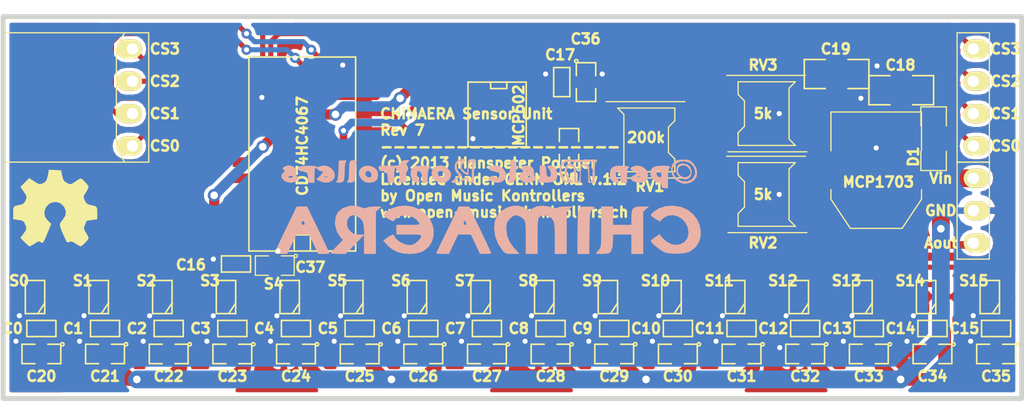
<source format=kicad_pcb>
(kicad_pcb (version 3) (host pcbnew "(2013-may-18)-stable")
  (title_block (title "Chimaera Sensor Unit (SU-16)") (rev 7) (company "Open Music Kontrollers (www.open-music-kontrollers.ch)") (comment 1 "Licensed under CERN OHL v.1.2") (comment 2 "Copyright (c) 2013 Hanspeter Portner (dev@open-music-kontrollers.ch)"))
  (layers (15 Front signal) (0 Back signal) (18 B.Paste user) (19 F.Paste user) (20 B.SilkS user) (21 F.SilkS user) (22 B.Mask user) (23 F.Mask user) (28 Edge.Cuts user))
  (net 0 "")
  (net 1 A00)
  (net 2 A01)
  (net 3 A02)
  (net 4 A03)
  (net 5 A04)
  (net 6 A05)
  (net 7 A06)
  (net 8 A07)
  (net 9 A08)
  (net 10 A09)
  (net 11 A10)
  (net 12 A11)
  (net 13 A12)
  (net 14 A13)
  (net 15 A14)
  (net 16 A15)
  (net 17 Ain)
  (net 18 GND)
  (net 19 N-0000010)
  (net 20 N-0000015)
  (net 21 N-0000017)
  (net 22 N-0000018)
  (net 23 N-000002)
  (net 24 N-000003)
  (net 25 N-000004)
  (net 26 N-000006)
  (net 27 N-000007)
  (net 28 Vcc)
  (net 29 Vdd)
  (net 30 Vref)
  (module SM1206 (layer Front) (at 77.47 16.51)
    (fp_text reference C19 (at -0.065 -1.97) (layer F.SilkS) (effects (font (size 0.8 0.8) (thickness 0.2))))
    (fp_text value 10uF hide)
    (pad 1 smd rect (at -1.651 0) (size 1.524 2.032) (layers Front F.Paste F.Mask) (net 28 Vcc))
    (pad 2 smd rect (at 1.651 0) (size 1.524 2.032) (layers Front F.Paste F.Mask) (net 18 GND))
  )
  (module SM0603 (layer Front) (at 55.88 17.145 270)
    (fp_text reference C17 (at -2.145 0.13 360) (layer F.SilkS) (effects (font (size 0.8 0.8) (thickness 0.2))))
    (fp_text value 0.1uF hide)
    (pad 1 smd rect (at -0.762 0 270) (size 0.635 1.143) (layers Front F.Paste F.Mask) (net 18 GND))
    (pad 2 smd rect (at 0.762 0 270) (size 0.635 1.143) (layers Front F.Paste F.Mask) (net 28 Vcc))
  )
  (module SM0805 (layer Front) (at 57.785 17.145 270)
    (fp_text reference C36 (at -3.395 0.035 360) (layer F.SilkS) (effects (font (size 0.8 0.8) (thickness 0.2))))
    (fp_text value 1uF hide)
    (pad 1 smd rect (at -0.9525 0 270) (size 0.889 1.397) (layers Front F.Paste F.Mask) (net 18 GND))
    (pad 2 smd rect (at 0.9525 0 270) (size 0.889 1.397) (layers Front F.Paste F.Mask) (net 28 Vcc))
  )
  (module SO8N (layer Front) (at 50.8 19.685 270)
    (fp_text reference U1 hide)
    (fp_text value MCP602 (at 0.065 -1.7 270) (layer F.SilkS) (effects (font (size 0.8 0.8) (thickness 0.2))))
    (pad 8 smd rect (at -1.905 -3.175 270) (size 0.762 1.27) (layers Front F.Paste F.Mask) (net 28 Vcc))
    (pad 7 smd rect (at -0.635 -3.175 270) (size 0.762 1.27) (layers Front F.Paste F.Mask) (net 24 N-000003))
    (pad 6 smd rect (at 0.635 -3.175 270) (size 0.762 1.27) (layers Front F.Paste F.Mask) (net 25 N-000004))
    (pad 5 smd rect (at 1.905 -3.175 270) (size 0.762 1.27) (layers Front F.Paste F.Mask) (net 17 Ain))
    (pad 4 smd rect (at 1.905 3.175 270) (size 0.762 1.27) (layers Front F.Paste F.Mask) (net 18 GND))
    (pad 3 smd rect (at 0.635 3.175 270) (size 0.762 1.27) (layers Front F.Paste F.Mask) (net 26 N-000006))
    (pad 2 smd rect (at -0.635 3.175 270) (size 0.762 1.27) (layers Front F.Paste F.Mask) (net 27 N-000007))
    (pad 1 smd rect (at -1.905 3.175 270) (size 0.762 1.27) (layers Front F.Paste F.Mask) (net 27 N-000007))
  )
  (module SOIC24-WIDE (layer Front) (at 35.4965 22.79396 90)
    (fp_text reference U0 hide)
    (fp_text value CD74HC4067 (at 0.635 0 90) (layer F.SilkS) (effects (font (size 0.8 0.8) (thickness 0.2))))
    (pad 1 smd rect (at -6.985 4.826 90) (size 0.762 1.27) (layers Front F.Paste F.Mask) (net 17 Ain))
    (pad 2 smd rect (at -5.715 4.826 90) (size 0.762 1.27) (layers Front F.Paste F.Mask) (net 9 A08))
    (pad 3 smd rect (at -4.445 4.826 90) (size 0.762 1.27) (layers Front F.Paste F.Mask) (net 10 A09))
    (pad 4 smd rect (at -3.175 4.826 90) (size 0.762 1.27) (layers Front F.Paste F.Mask) (net 11 A10))
    (pad 5 smd rect (at -1.905 4.826 90) (size 0.762 1.27) (layers Front F.Paste F.Mask) (net 12 A11))
    (pad 6 smd rect (at -0.635 4.826 90) (size 0.762 1.27) (layers Front F.Paste F.Mask) (net 13 A12))
    (pad 7 smd rect (at 0.635 4.826 90) (size 0.762 1.27) (layers Front F.Paste F.Mask) (net 14 A13))
    (pad 8 smd rect (at 1.905 4.826 90) (size 0.762 1.27) (layers Front F.Paste F.Mask) (net 15 A14))
    (pad 9 smd rect (at 3.175 4.826 90) (size 0.762 1.27) (layers Front F.Paste F.Mask) (net 16 A15))
    (pad 10 smd rect (at 4.445 4.826 90) (size 0.762 1.27) (layers Front F.Paste F.Mask) (net 19 N-0000010))
    (pad 11 smd rect (at 5.715 4.826 90) (size 0.762 1.27) (layers Front F.Paste F.Mask) (net 22 N-0000018))
    (pad 12 smd rect (at 6.985 4.826 90) (size 0.762 1.27) (layers Front F.Paste F.Mask) (net 18 GND))
    (pad 24 smd rect (at -6.985 -4.826 90) (size 0.762 1.27) (layers Front F.Paste F.Mask) (net 28 Vcc))
    (pad 23 smd rect (at -5.715 -4.826 90) (size 0.762 1.27) (layers Front F.Paste F.Mask) (net 5 A04))
    (pad 22 smd rect (at -4.445 -4.826 90) (size 0.762 1.27) (layers Front F.Paste F.Mask) (net 6 A05))
    (pad 21 smd rect (at -3.175 -4.826 90) (size 0.762 1.27) (layers Front F.Paste F.Mask) (net 7 A06))
    (pad 20 smd rect (at -1.905 -4.826 90) (size 0.762 1.27) (layers Front F.Paste F.Mask) (net 8 A07))
    (pad 19 smd rect (at -0.635 -4.826 90) (size 0.762 1.27) (layers Front F.Paste F.Mask) (net 4 A03))
    (pad 18 smd rect (at 0.635 -4.826 90) (size 0.762 1.27) (layers Front F.Paste F.Mask) (net 3 A02))
    (pad 17 smd rect (at 1.905 -4.826 90) (size 0.762 1.27) (layers Front F.Paste F.Mask) (net 2 A01))
    (pad 16 smd rect (at 3.175 -4.826 90) (size 0.762 1.27) (layers Front F.Paste F.Mask) (net 1 A00))
    (pad 15 smd rect (at 4.445 -4.826 90) (size 0.762 1.27) (layers Front F.Paste F.Mask) (net 18 GND))
    (pad 14 smd rect (at 5.715 -4.826 90) (size 0.762 1.27) (layers Front F.Paste F.Mask) (net 21 N-0000017))
    (pad 13 smd rect (at 6.985 -4.826 90) (size 0.762 1.27) (layers Front F.Paste F.Mask) (net 23 N-000002))
  )
  (module SIL-3 (layer Front) (at 88.2015 27.23896 90)
    (fp_text reference P2 hide)
    (fp_text value CONN_3 hide)
    (pad 1 thru_hole oval (at -2.54 0 90) (size 1.5 2) (drill 0.9 (offset 0 0.25)) (layers *.Cu *.Mask F.SilkS) (net 27 N-000007))
    (pad 2 thru_hole oval (at 0 0 90) (size 1.5 2) (drill 0.9 (offset 0 0.25)) (layers *.Cu *.Mask F.SilkS) (net 18 GND))
    (pad 3 thru_hole oval (at 2.54 0 90) (size 1.5 2) (drill 0.9 (offset 0 0.25)) (layers *.Cu *.Mask F.SilkS) (net 29 Vdd))
  )
  (module SIL-4 (layer Front) (at 88.2015 18.34896 90)
    (fp_text reference P0 hide)
    (fp_text value CONN_4 hide)
    (pad 1 thru_hole oval (at -3.81 0 90) (size 1.5 2) (drill 0.9 (offset 0 0.25)) (layers *.Cu *.Mask F.SilkS) (net 19 N-0000010))
    (pad 2 thru_hole oval (at -1.27 0 90) (size 1.5 2) (drill 0.9 (offset 0 0.25)) (layers *.Cu *.Mask F.SilkS) (net 22 N-0000018))
    (pad 3 thru_hole oval (at 1.27 0 90) (size 1.5 2) (drill 0.9 (offset 0 0.25)) (layers *.Cu *.Mask F.SilkS) (net 21 N-0000017))
    (pad 4 thru_hole oval (at 3.81 0 90) (size 1.5 2) (drill 0.9 (offset 0 0.25)) (layers *.Cu *.Mask F.SilkS) (net 23 N-000002))
  )
  (module SIL-4 (layer Front) (at 22.1615 18.34896 90)
    (fp_text reference P1 hide)
    (fp_text value CONN_4 hide)
    (pad 1 thru_hole oval (at -3.81 0 90) (size 1.5 2) (drill 0.9 (offset 0 -0.25)) (layers *.Cu *.Mask F.SilkS) (net 19 N-0000010))
    (pad 2 thru_hole oval (at -1.27 0 90) (size 1.5 2) (drill 0.9 (offset 0 -0.25)) (layers *.Cu *.Mask F.SilkS) (net 22 N-0000018))
    (pad 3 thru_hole oval (at 1.27 0 90) (size 1.5 2) (drill 0.9 (offset 0 -0.25)) (layers *.Cu *.Mask F.SilkS) (net 21 N-0000017))
    (pad 4 thru_hole oval (at 3.81 0 90) (size 1.5 2) (drill 0.9 (offset 0 -0.25)) (layers *.Cu *.Mask F.SilkS) (net 23 N-000002))
  )
  (module SM0805 (layer Front) (at 56.45 22.315 90)
    (fp_text reference R1 (at -2.385 0 180) (layer F.SilkS) (effects (font (size 0.8 0.8) (thickness 0.2))))
    (fp_text value 20k hide)
    (pad 1 smd rect (at -0.9525 0 90) (size 0.889 1.397) (layers Front F.Paste F.Mask) (net 30 Vref))
    (pad 2 smd rect (at 0.9525 0 90) (size 0.889 1.397) (layers Front F.Paste F.Mask) (net 25 N-000004))
  )
  (module SOT223 (layer Front) (at 80.5815 24.06396 180)
    (fp_text reference U2 hide)
    (fp_text value MCP1703 (at -0.1685 -0.93604 180) (layer F.SilkS) (effects (font (size 0.8 0.8) (thickness 0.2))))
    (pad 3 smd rect (at 0 -3.302 180) (size 3.6576 2.032) (layers Front F.Paste F.Mask) (net 18 GND))
    (pad 3 smd rect (at 0 3.302 180) (size 1.016 2.032) (layers Front F.Paste F.Mask) (net 18 GND))
    (pad 2 smd rect (at 2.286 3.302 180) (size 1.016 2.032) (layers Front F.Paste F.Mask) (net 28 Vcc))
    (pad 1 smd rect (at -2.286 3.302 180) (size 1.016 2.032) (layers Front F.Paste F.Mask) (net 20 N-0000015))
  )
  (module LOGO (layer Front) (at 16 27)
    (fp_text reference OSHW hide)
    (fp_text value LOGO hide)
  )
  (module SOT23W (layer Front) (at 14.50086 33.9979 90)
    (fp_text reference S0 (at 1.2479 -1.25086 180) (layer F.SilkS) (effects (font (size 0.8 0.8) (thickness 0.2))))
    (fp_text value A13xx hide)
    (pad 2 smd rect (at 0 -1.19888 90) (size 0.89916 1.30048) (layers Front F.Paste F.Mask) (net 18 GND))
    (pad 3 smd rect (at 0.94996 1.19888 90) (size 0.89916 1.30048) (layers Front F.Paste F.Mask) (net 1 A00))
    (pad 1 smd rect (at -0.94996 1.19888 90) (size 0.89916 1.30048) (layers Front F.Paste F.Mask) (net 28 Vcc))
  )
  (module SOT23W (layer Front) (at 89.50198 33.9979 90)
    (fp_text reference S15 (at 1.2479 -1.25198 180) (layer F.SilkS) (effects (font (size 0.8 0.8) (thickness 0.2))))
    (fp_text value A13xx hide)
    (pad 2 smd rect (at 0 -1.19888 90) (size 0.89916 1.30048) (layers Front F.Paste F.Mask) (net 18 GND))
    (pad 3 smd rect (at 0.94996 1.19888 90) (size 0.89916 1.30048) (layers Front F.Paste F.Mask) (net 16 A15))
    (pad 1 smd rect (at -0.94996 1.19888 90) (size 0.89916 1.30048) (layers Front F.Paste F.Mask) (net 28 Vcc))
  )
  (module SOT23W (layer Front) (at 84.50072 33.9979 90)
    (fp_text reference S14 (at 1.2479 -1.25072 180) (layer F.SilkS) (effects (font (size 0.8 0.8) (thickness 0.2))))
    (fp_text value A13xx hide)
    (pad 2 smd rect (at 0 -1.19888 90) (size 0.89916 1.30048) (layers Front F.Paste F.Mask) (net 18 GND))
    (pad 3 smd rect (at 0.94996 1.19888 90) (size 0.89916 1.30048) (layers Front F.Paste F.Mask) (net 15 A14))
    (pad 1 smd rect (at -0.94996 1.19888 90) (size 0.89916 1.30048) (layers Front F.Paste F.Mask) (net 28 Vcc))
  )
  (module SOT23W (layer Front) (at 79.502 33.9979 90)
    (fp_text reference S13 (at 1.2479 -1.252 180) (layer F.SilkS) (effects (font (size 0.8 0.8) (thickness 0.2))))
    (fp_text value A13xx hide)
    (pad 2 smd rect (at 0 -1.19888 90) (size 0.89916 1.30048) (layers Front F.Paste F.Mask) (net 18 GND))
    (pad 3 smd rect (at 0.94996 1.19888 90) (size 0.89916 1.30048) (layers Front F.Paste F.Mask) (net 14 A13))
    (pad 1 smd rect (at -0.94996 1.19888 90) (size 0.89916 1.30048) (layers Front F.Paste F.Mask) (net 28 Vcc))
  )
  (module SOT23W (layer Front) (at 74.50074 33.9979 90)
    (fp_text reference S12 (at 1.2479 -1.25074 180) (layer F.SilkS) (effects (font (size 0.8 0.8) (thickness 0.2))))
    (fp_text value A13xx hide)
    (pad 2 smd rect (at 0 -1.19888 90) (size 0.89916 1.30048) (layers Front F.Paste F.Mask) (net 18 GND))
    (pad 3 smd rect (at 0.94996 1.19888 90) (size 0.89916 1.30048) (layers Front F.Paste F.Mask) (net 13 A12))
    (pad 1 smd rect (at -0.94996 1.19888 90) (size 0.89916 1.30048) (layers Front F.Paste F.Mask) (net 28 Vcc))
  )
  (module SOT23W (layer Front) (at 69.50202 33.9979 90)
    (fp_text reference S11 (at 1.2479 -1.25202 180) (layer F.SilkS) (effects (font (size 0.8 0.8) (thickness 0.2))))
    (fp_text value A13xx hide)
    (pad 2 smd rect (at 0 -1.19888 90) (size 0.89916 1.30048) (layers Front F.Paste F.Mask) (net 18 GND))
    (pad 3 smd rect (at 0.94996 1.19888 90) (size 0.89916 1.30048) (layers Front F.Paste F.Mask) (net 12 A11))
    (pad 1 smd rect (at -0.94996 1.19888 90) (size 0.89916 1.30048) (layers Front F.Paste F.Mask) (net 28 Vcc))
  )
  (module SOT23W (layer Front) (at 64.50076 33.9979 90)
    (fp_text reference S10 (at 1.2479 -1.25076 180) (layer F.SilkS) (effects (font (size 0.8 0.8) (thickness 0.2))))
    (fp_text value A13xx hide)
    (pad 2 smd rect (at 0 -1.19888 90) (size 0.89916 1.30048) (layers Front F.Paste F.Mask) (net 18 GND))
    (pad 3 smd rect (at 0.94996 1.19888 90) (size 0.89916 1.30048) (layers Front F.Paste F.Mask) (net 11 A10))
    (pad 1 smd rect (at -0.94996 1.19888 90) (size 0.89916 1.30048) (layers Front F.Paste F.Mask) (net 28 Vcc))
  )
  (module SOT23W (layer Front) (at 59.50204 33.9979 90)
    (fp_text reference S9 (at 1.2479 -1.25204 180) (layer F.SilkS) (effects (font (size 0.8 0.8) (thickness 0.2))))
    (fp_text value A13xx hide)
    (pad 2 smd rect (at 0 -1.19888 90) (size 0.89916 1.30048) (layers Front F.Paste F.Mask) (net 18 GND))
    (pad 3 smd rect (at 0.94996 1.19888 90) (size 0.89916 1.30048) (layers Front F.Paste F.Mask) (net 10 A09))
    (pad 1 smd rect (at -0.94996 1.19888 90) (size 0.89916 1.30048) (layers Front F.Paste F.Mask) (net 28 Vcc))
  )
  (module SOT23W (layer Front) (at 54.50078 33.9979 90)
    (fp_text reference S8 (at 1.2479 -1.25078 180) (layer F.SilkS) (effects (font (size 0.8 0.8) (thickness 0.2))))
    (fp_text value A13xx hide)
    (pad 2 smd rect (at 0 -1.19888 90) (size 0.89916 1.30048) (layers Front F.Paste F.Mask) (net 18 GND))
    (pad 3 smd rect (at 0.94996 1.19888 90) (size 0.89916 1.30048) (layers Front F.Paste F.Mask) (net 9 A08))
    (pad 1 smd rect (at -0.94996 1.19888 90) (size 0.89916 1.30048) (layers Front F.Paste F.Mask) (net 28 Vcc))
  )
  (module SOT23W (layer Front) (at 49.50206 33.9979 90)
    (fp_text reference S7 (at 1.2479 -1.25206 180) (layer F.SilkS) (effects (font (size 0.8 0.8) (thickness 0.2))))
    (fp_text value A13xx hide)
    (pad 2 smd rect (at 0 -1.19888 90) (size 0.89916 1.30048) (layers Front F.Paste F.Mask) (net 18 GND))
    (pad 3 smd rect (at 0.94996 1.19888 90) (size 0.89916 1.30048) (layers Front F.Paste F.Mask) (net 8 A07))
    (pad 1 smd rect (at -0.94996 1.19888 90) (size 0.89916 1.30048) (layers Front F.Paste F.Mask) (net 28 Vcc))
  )
  (module SOT23W (layer Front) (at 44.5008 33.9979 90)
    (fp_text reference S6 (at 1.2479 -1.2508 180) (layer F.SilkS) (effects (font (size 0.8 0.8) (thickness 0.2))))
    (fp_text value A13xx hide)
    (pad 2 smd rect (at 0 -1.19888 90) (size 0.89916 1.30048) (layers Front F.Paste F.Mask) (net 18 GND))
    (pad 3 smd rect (at 0.94996 1.19888 90) (size 0.89916 1.30048) (layers Front F.Paste F.Mask) (net 7 A06))
    (pad 1 smd rect (at -0.94996 1.19888 90) (size 0.89916 1.30048) (layers Front F.Paste F.Mask) (net 28 Vcc))
  )
  (module SOT23W (layer Front) (at 39.50208 33.9979 90)
    (fp_text reference S5 (at 1.2479 -1.25208 180) (layer F.SilkS) (effects (font (size 0.8 0.8) (thickness 0.2))))
    (fp_text value A13xx hide)
    (pad 2 smd rect (at 0 -1.19888 90) (size 0.89916 1.30048) (layers Front F.Paste F.Mask) (net 18 GND))
    (pad 3 smd rect (at 0.94996 1.19888 90) (size 0.89916 1.30048) (layers Front F.Paste F.Mask) (net 6 A05))
    (pad 1 smd rect (at -0.94996 1.19888 90) (size 0.89916 1.30048) (layers Front F.Paste F.Mask) (net 28 Vcc))
  )
  (module SOT23W (layer Front) (at 34.50082 33.9979 90)
    (fp_text reference S4 (at 0.9979 -1.25082 180) (layer F.SilkS) (effects (font (size 0.8 0.8) (thickness 0.2))))
    (fp_text value A13xx hide)
    (pad 2 smd rect (at 0 -1.19888 90) (size 0.89916 1.30048) (layers Front F.Paste F.Mask) (net 18 GND))
    (pad 3 smd rect (at 0.94996 1.19888 90) (size 0.89916 1.30048) (layers Front F.Paste F.Mask) (net 5 A04))
    (pad 1 smd rect (at -0.94996 1.19888 90) (size 0.89916 1.30048) (layers Front F.Paste F.Mask) (net 28 Vcc))
  )
  (module SOT23W (layer Front) (at 29.5021 33.9979 90)
    (fp_text reference S3 (at 1.2479 -1.2521 180) (layer F.SilkS) (effects (font (size 0.8 0.8) (thickness 0.2))))
    (fp_text value A13xx hide)
    (pad 2 smd rect (at 0 -1.19888 90) (size 0.89916 1.30048) (layers Front F.Paste F.Mask) (net 18 GND))
    (pad 3 smd rect (at 0.94996 1.19888 90) (size 0.89916 1.30048) (layers Front F.Paste F.Mask) (net 4 A03))
    (pad 1 smd rect (at -0.94996 1.19888 90) (size 0.89916 1.30048) (layers Front F.Paste F.Mask) (net 28 Vcc))
  )
  (module SOT23W (layer Front) (at 24.50084 33.9979 90)
    (fp_text reference S2 (at 1.2479 -1.25084 180) (layer F.SilkS) (effects (font (size 0.8 0.8) (thickness 0.2))))
    (fp_text value A13xx hide)
    (pad 2 smd rect (at 0 -1.19888 90) (size 0.89916 1.30048) (layers Front F.Paste F.Mask) (net 18 GND))
    (pad 3 smd rect (at 0.94996 1.19888 90) (size 0.89916 1.30048) (layers Front F.Paste F.Mask) (net 3 A02))
    (pad 1 smd rect (at -0.94996 1.19888 90) (size 0.89916 1.30048) (layers Front F.Paste F.Mask) (net 28 Vcc))
  )
  (module SOT23W (layer Front) (at 19.50212 33.9979 90)
    (fp_text reference S1 (at 1.2479 -1.25212 180) (layer F.SilkS) (effects (font (size 0.8 0.8) (thickness 0.2))))
    (fp_text value A13xx hide)
    (pad 2 smd rect (at 0 -1.19888 90) (size 0.89916 1.30048) (layers Front F.Paste F.Mask) (net 18 GND))
    (pad 3 smd rect (at 0.94996 1.19888 90) (size 0.89916 1.30048) (layers Front F.Paste F.Mask) (net 2 A01))
    (pad 1 smd rect (at -0.94996 1.19888 90) (size 0.89916 1.30048) (layers Front F.Paste F.Mask) (net 28 Vcc))
  )
  (module ST-4EB (layer Front) (at 74.2315 25.96896 90)
    (fp_text reference RV2 (at -3.81104 -2.5415 180) (layer F.SilkS) (effects (font (size 0.8 0.8) (thickness 0.2))))
    (fp_text value 5k (at -0.00104 -2.5415 180) (layer F.SilkS) (effects (font (size 0.8 0.8) (thickness 0.2))))
    (pad 2 smd rect (at 0 -5.40004 90) (size 1.19888 1.99898) (layers Front F.Paste F.Mask) (net 26 N-000006))
    (pad 1 smd rect (at 1.19888 0.8001 90) (size 1.19888 1.99898) (layers Front F.Paste F.Mask) (net 24 N-000003))
    (pad 3 smd rect (at -1.19888 0.8001 90) (size 1.19888 1.99898) (layers Front F.Paste F.Mask) (net 18 GND))
  )
  (module ST-4EB (layer Front) (at 60.26 21.68 270)
    (fp_text reference RV1 (at 3.655 -2.54 360) (layer F.SilkS) (effects (font (size 0.8 0.8) (thickness 0.2))))
    (fp_text value 200k (at -0.18 -2.24 360) (layer F.SilkS) (effects (font (size 0.8 0.8) (thickness 0.2))))
    (pad 2 smd rect (at 0 -5.40004 270) (size 1.19888 1.99898) (layers Front F.Paste F.Mask) (net 24 N-000003))
    (pad 1 smd rect (at 1.19888 0.8001 270) (size 1.19888 1.99898) (layers Front F.Paste F.Mask) (net 25 N-000004))
    (pad 3 smd rect (at -1.19888 0.8001 270) (size 1.19888 1.99898) (layers Front F.Paste F.Mask) (net 24 N-000003))
  )
  (module ST-4EB (layer Front) (at 74.2315 19.61896 90)
    (fp_text reference RV3 (at 3.80896 -2.5415 180) (layer F.SilkS) (effects (font (size 0.8 0.8) (thickness 0.2))))
    (fp_text value 5k (at -0.00104 -2.5415 180) (layer F.SilkS) (effects (font (size 0.8 0.8) (thickness 0.2))))
    (pad 2 smd rect (at 0 -5.40004 90) (size 1.19888 1.99898) (layers Front F.Paste F.Mask) (net 30 Vref))
    (pad 1 smd rect (at 1.19888 0.8001 90) (size 1.19888 1.99898) (layers Front F.Paste F.Mask) (net 28 Vcc))
    (pad 3 smd rect (at -1.19888 0.8001 90) (size 1.19888 1.99898) (layers Front F.Paste F.Mask) (net 18 GND))
  )
  (module SM1206 (layer Front) (at 82.55 17.78 180)
    (fp_text reference C18 (at 0.065 1.97 180) (layer F.SilkS) (effects (font (size 0.8 0.8) (thickness 0.2))))
    (fp_text value 10uF hide)
    (pad 1 smd rect (at -1.651 0 180) (size 1.524 2.032) (layers Front F.Paste F.Mask) (net 20 N-0000015))
    (pad 2 smd rect (at 1.651 0 180) (size 1.524 2.032) (layers Front F.Paste F.Mask) (net 18 GND))
  )
  (module SM0603 (layer Front) (at 90 36.5 180)
    (fp_text reference C15 (at 2.5 0 180) (layer F.SilkS) (effects (font (size 0.8 0.8) (thickness 0.2))))
    (fp_text value 0.1uF hide)
    (pad 1 smd rect (at -0.762 0 180) (size 0.635 1.143) (layers Front F.Paste F.Mask) (net 28 Vcc))
    (pad 2 smd rect (at 0.762 0 180) (size 0.635 1.143) (layers Front F.Paste F.Mask) (net 18 GND))
  )
  (module SM0603 (layer Front) (at 85 36.5 180)
    (fp_text reference C14 (at 2.5 0 180) (layer F.SilkS) (effects (font (size 0.8 0.8) (thickness 0.2))))
    (fp_text value 0.1uF hide)
    (pad 1 smd rect (at -0.762 0 180) (size 0.635 1.143) (layers Front F.Paste F.Mask) (net 28 Vcc))
    (pad 2 smd rect (at 0.762 0 180) (size 0.635 1.143) (layers Front F.Paste F.Mask) (net 18 GND))
  )
  (module SM0603 (layer Front) (at 80 36.5 180)
    (fp_text reference C13 (at 2.5 0 180) (layer F.SilkS) (effects (font (size 0.8 0.8) (thickness 0.2))))
    (fp_text value 0.1uF hide)
    (pad 1 smd rect (at -0.762 0 180) (size 0.635 1.143) (layers Front F.Paste F.Mask) (net 28 Vcc))
    (pad 2 smd rect (at 0.762 0 180) (size 0.635 1.143) (layers Front F.Paste F.Mask) (net 18 GND))
  )
  (module SM0603 (layer Front) (at 75 36.5 180)
    (fp_text reference C12 (at 2.5 0 180) (layer F.SilkS) (effects (font (size 0.8 0.8) (thickness 0.2))))
    (fp_text value 0.1uF hide)
    (pad 1 smd rect (at -0.762 0 180) (size 0.635 1.143) (layers Front F.Paste F.Mask) (net 28 Vcc))
    (pad 2 smd rect (at 0.762 0 180) (size 0.635 1.143) (layers Front F.Paste F.Mask) (net 18 GND))
  )
  (module SM0603 (layer Front) (at 70 36.5 180)
    (fp_text reference C11 (at 2.5 0 180) (layer F.SilkS) (effects (font (size 0.8 0.8) (thickness 0.2))))
    (fp_text value 0.1uF hide)
    (pad 1 smd rect (at -0.762 0 180) (size 0.635 1.143) (layers Front F.Paste F.Mask) (net 28 Vcc))
    (pad 2 smd rect (at 0.762 0 180) (size 0.635 1.143) (layers Front F.Paste F.Mask) (net 18 GND))
  )
  (module SM0603 (layer Front) (at 65 36.5 180)
    (fp_text reference C10 (at 2.5 0 180) (layer F.SilkS) (effects (font (size 0.8 0.8) (thickness 0.2))))
    (fp_text value 0.1uF hide)
    (pad 1 smd rect (at -0.762 0 180) (size 0.635 1.143) (layers Front F.Paste F.Mask) (net 28 Vcc))
    (pad 2 smd rect (at 0.762 0 180) (size 0.635 1.143) (layers Front F.Paste F.Mask) (net 18 GND))
  )
  (module SM0603 (layer Front) (at 60 36.5 180)
    (fp_text reference C9 (at 2.5 0 180) (layer F.SilkS) (effects (font (size 0.8 0.8) (thickness 0.2))))
    (fp_text value 0.1uF hide)
    (pad 1 smd rect (at -0.762 0 180) (size 0.635 1.143) (layers Front F.Paste F.Mask) (net 28 Vcc))
    (pad 2 smd rect (at 0.762 0 180) (size 0.635 1.143) (layers Front F.Paste F.Mask) (net 18 GND))
  )
  (module SM0603 (layer Front) (at 55 36.5 180)
    (fp_text reference C8 (at 2.5 0 180) (layer F.SilkS) (effects (font (size 0.8 0.8) (thickness 0.2))))
    (fp_text value 0.1uF hide)
    (pad 1 smd rect (at -0.762 0 180) (size 0.635 1.143) (layers Front F.Paste F.Mask) (net 28 Vcc))
    (pad 2 smd rect (at 0.762 0 180) (size 0.635 1.143) (layers Front F.Paste F.Mask) (net 18 GND))
  )
  (module SM0603 (layer Front) (at 50 36.5 180)
    (fp_text reference C7 (at 2.5 0 180) (layer F.SilkS) (effects (font (size 0.8 0.8) (thickness 0.2))))
    (fp_text value 0.1uF hide)
    (pad 1 smd rect (at -0.762 0 180) (size 0.635 1.143) (layers Front F.Paste F.Mask) (net 28 Vcc))
    (pad 2 smd rect (at 0.762 0 180) (size 0.635 1.143) (layers Front F.Paste F.Mask) (net 18 GND))
  )
  (module SM0603 (layer Front) (at 45 36.5 180)
    (fp_text reference C6 (at 2.5 0 180) (layer F.SilkS) (effects (font (size 0.8 0.8) (thickness 0.2))))
    (fp_text value 0.1uF hide)
    (pad 1 smd rect (at -0.762 0 180) (size 0.635 1.143) (layers Front F.Paste F.Mask) (net 28 Vcc))
    (pad 2 smd rect (at 0.762 0 180) (size 0.635 1.143) (layers Front F.Paste F.Mask) (net 18 GND))
  )
  (module SM0603 (layer Front) (at 40 36.5 180)
    (fp_text reference C5 (at 2.5 0 180) (layer F.SilkS) (effects (font (size 0.8 0.8) (thickness 0.2))))
    (fp_text value 0.1uF hide)
    (pad 1 smd rect (at -0.762 0 180) (size 0.635 1.143) (layers Front F.Paste F.Mask) (net 28 Vcc))
    (pad 2 smd rect (at 0.762 0 180) (size 0.635 1.143) (layers Front F.Paste F.Mask) (net 18 GND))
  )
  (module SM0603 (layer Front) (at 35 36.5 180)
    (fp_text reference C4 (at 2.5 0 180) (layer F.SilkS) (effects (font (size 0.8 0.8) (thickness 0.2))))
    (fp_text value 0.1uF hide)
    (pad 1 smd rect (at -0.762 0 180) (size 0.635 1.143) (layers Front F.Paste F.Mask) (net 28 Vcc))
    (pad 2 smd rect (at 0.762 0 180) (size 0.635 1.143) (layers Front F.Paste F.Mask) (net 18 GND))
  )
  (module SM0603 (layer Front) (at 30 36.5 180)
    (fp_text reference C3 (at 2.5 0 180) (layer F.SilkS) (effects (font (size 0.8 0.8) (thickness 0.2))))
    (fp_text value 0.1uF hide)
    (pad 1 smd rect (at -0.762 0 180) (size 0.635 1.143) (layers Front F.Paste F.Mask) (net 28 Vcc))
    (pad 2 smd rect (at 0.762 0 180) (size 0.635 1.143) (layers Front F.Paste F.Mask) (net 18 GND))
  )
  (module SM0603 (layer Front) (at 25 36.5 180)
    (fp_text reference C2 (at 2.5 0 180) (layer F.SilkS) (effects (font (size 0.8 0.8) (thickness 0.2))))
    (fp_text value 0.1uF hide)
    (pad 1 smd rect (at -0.762 0 180) (size 0.635 1.143) (layers Front F.Paste F.Mask) (net 28 Vcc))
    (pad 2 smd rect (at 0.762 0 180) (size 0.635 1.143) (layers Front F.Paste F.Mask) (net 18 GND))
  )
  (module SM0603 (layer Front) (at 20 36.5 180)
    (fp_text reference C1 (at 2.5 0 180) (layer F.SilkS) (effects (font (size 0.8 0.8) (thickness 0.2))))
    (fp_text value 0.1uF hide)
    (pad 1 smd rect (at -0.762 0 180) (size 0.635 1.143) (layers Front F.Paste F.Mask) (net 28 Vcc))
    (pad 2 smd rect (at 0.762 0 180) (size 0.635 1.143) (layers Front F.Paste F.Mask) (net 18 GND))
  )
  (module SM0603 (layer Front) (at 15 36.5 180)
    (fp_text reference C0 (at 2.25 0 180) (layer F.SilkS) (effects (font (size 0.8 0.8) (thickness 0.2))))
    (fp_text value 0.1uF hide)
    (pad 1 smd rect (at -0.762 0 180) (size 0.635 1.143) (layers Front F.Paste F.Mask) (net 28 Vcc))
    (pad 2 smd rect (at 0.762 0 180) (size 0.635 1.143) (layers Front F.Paste F.Mask) (net 18 GND))
  )
  (module SM0805 (layer Front) (at 75 38.5 180)
    (fp_text reference C32 (at 0 -1.75 180) (layer F.SilkS) (effects (font (size 0.8 0.8) (thickness 0.2))))
    (fp_text value 1uF hide)
    (pad 1 smd rect (at -0.9525 0 180) (size 0.889 1.397) (layers Front F.Paste F.Mask) (net 28 Vcc))
    (pad 2 smd rect (at 0.9525 0 180) (size 0.889 1.397) (layers Front F.Paste F.Mask) (net 18 GND))
  )
  (module SM0805 (layer Front) (at 80 38.5 180)
    (fp_text reference C33 (at 0 -1.75 180) (layer F.SilkS) (effects (font (size 0.8 0.8) (thickness 0.2))))
    (fp_text value 1uF hide)
    (pad 1 smd rect (at -0.9525 0 180) (size 0.889 1.397) (layers Front F.Paste F.Mask) (net 28 Vcc))
    (pad 2 smd rect (at 0.9525 0 180) (size 0.889 1.397) (layers Front F.Paste F.Mask) (net 18 GND))
  )
  (module SM0805 (layer Front) (at 85 38.5 180)
    (fp_text reference C34 (at 0 -1.75 180) (layer F.SilkS) (effects (font (size 0.8 0.8) (thickness 0.2))))
    (fp_text value 1uF hide)
    (pad 1 smd rect (at -0.9525 0 180) (size 0.889 1.397) (layers Front F.Paste F.Mask) (net 28 Vcc))
    (pad 2 smd rect (at 0.9525 0 180) (size 0.889 1.397) (layers Front F.Paste F.Mask) (net 18 GND))
  )
  (module SM0805 (layer Front) (at 90 38.5 180)
    (fp_text reference C35 (at 0 -1.75 180) (layer F.SilkS) (effects (font (size 0.8 0.8) (thickness 0.2))))
    (fp_text value 1uF hide)
    (pad 1 smd rect (at -0.9525 0 180) (size 0.889 1.397) (layers Front F.Paste F.Mask) (net 28 Vcc))
    (pad 2 smd rect (at 0.9525 0 180) (size 0.889 1.397) (layers Front F.Paste F.Mask) (net 18 GND))
  )
  (module SM0805 (layer Front) (at 70 38.5 180)
    (fp_text reference C31 (at 0 -1.75 180) (layer F.SilkS) (effects (font (size 0.8 0.8) (thickness 0.2))))
    (fp_text value 1uF hide)
    (pad 1 smd rect (at -0.9525 0 180) (size 0.889 1.397) (layers Front F.Paste F.Mask) (net 28 Vcc))
    (pad 2 smd rect (at 0.9525 0 180) (size 0.889 1.397) (layers Front F.Paste F.Mask) (net 18 GND))
  )
  (module SM0805 (layer Front) (at 65 38.5 180)
    (fp_text reference C30 (at 0 -1.75 180) (layer F.SilkS) (effects (font (size 0.8 0.8) (thickness 0.2))))
    (fp_text value 1uF hide)
    (pad 1 smd rect (at -0.9525 0 180) (size 0.889 1.397) (layers Front F.Paste F.Mask) (net 28 Vcc))
    (pad 2 smd rect (at 0.9525 0 180) (size 0.889 1.397) (layers Front F.Paste F.Mask) (net 18 GND))
  )
  (module SM0805 (layer Front) (at 60 38.5 180)
    (fp_text reference C29 (at 0 -1.75 180) (layer F.SilkS) (effects (font (size 0.8 0.8) (thickness 0.2))))
    (fp_text value 1uF hide)
    (pad 1 smd rect (at -0.9525 0 180) (size 0.889 1.397) (layers Front F.Paste F.Mask) (net 28 Vcc))
    (pad 2 smd rect (at 0.9525 0 180) (size 0.889 1.397) (layers Front F.Paste F.Mask) (net 18 GND))
  )
  (module SM0805 (layer Front) (at 55 38.5 180)
    (fp_text reference C28 (at 0 -1.75 180) (layer F.SilkS) (effects (font (size 0.8 0.8) (thickness 0.2))))
    (fp_text value 1uF hide)
    (pad 1 smd rect (at -0.9525 0 180) (size 0.889 1.397) (layers Front F.Paste F.Mask) (net 28 Vcc))
    (pad 2 smd rect (at 0.9525 0 180) (size 0.889 1.397) (layers Front F.Paste F.Mask) (net 18 GND))
  )
  (module SM0805 (layer Front) (at 50 38.5 180)
    (fp_text reference C27 (at 0 -1.75 180) (layer F.SilkS) (effects (font (size 0.8 0.8) (thickness 0.2))))
    (fp_text value 1uF hide)
    (pad 1 smd rect (at -0.9525 0 180) (size 0.889 1.397) (layers Front F.Paste F.Mask) (net 28 Vcc))
    (pad 2 smd rect (at 0.9525 0 180) (size 0.889 1.397) (layers Front F.Paste F.Mask) (net 18 GND))
  )
  (module SM0805 (layer Front) (at 45 38.5 180)
    (fp_text reference C26 (at 0 -1.75 180) (layer F.SilkS) (effects (font (size 0.8 0.8) (thickness 0.2))))
    (fp_text value 1uF hide)
    (pad 1 smd rect (at -0.9525 0 180) (size 0.889 1.397) (layers Front F.Paste F.Mask) (net 28 Vcc))
    (pad 2 smd rect (at 0.9525 0 180) (size 0.889 1.397) (layers Front F.Paste F.Mask) (net 18 GND))
  )
  (module SM0805 (layer Front) (at 40 38.5 180)
    (fp_text reference C25 (at 0 -1.75 180) (layer F.SilkS) (effects (font (size 0.8 0.8) (thickness 0.2))))
    (fp_text value 1uF hide)
    (pad 1 smd rect (at -0.9525 0 180) (size 0.889 1.397) (layers Front F.Paste F.Mask) (net 28 Vcc))
    (pad 2 smd rect (at 0.9525 0 180) (size 0.889 1.397) (layers Front F.Paste F.Mask) (net 18 GND))
  )
  (module SM0805 (layer Front) (at 35 38.5 180)
    (fp_text reference C24 (at 0 -1.75 180) (layer F.SilkS) (effects (font (size 0.8 0.8) (thickness 0.2))))
    (fp_text value 1uF hide)
    (pad 1 smd rect (at -0.9525 0 180) (size 0.889 1.397) (layers Front F.Paste F.Mask) (net 28 Vcc))
    (pad 2 smd rect (at 0.9525 0 180) (size 0.889 1.397) (layers Front F.Paste F.Mask) (net 18 GND))
  )
  (module SM0805 (layer Front) (at 15 38.5 180)
    (fp_text reference C20 (at 0 -1.75 180) (layer F.SilkS) (effects (font (size 0.8 0.8) (thickness 0.2))))
    (fp_text value 1uF hide)
    (pad 1 smd rect (at -0.9525 0 180) (size 0.889 1.397) (layers Front F.Paste F.Mask) (net 28 Vcc))
    (pad 2 smd rect (at 0.9525 0 180) (size 0.889 1.397) (layers Front F.Paste F.Mask) (net 18 GND))
  )
  (module SM0805 (layer Front) (at 20 38.5 180)
    (fp_text reference C21 (at 0 -1.75 180) (layer F.SilkS) (effects (font (size 0.8 0.8) (thickness 0.2))))
    (fp_text value 1uF hide)
    (pad 1 smd rect (at -0.9525 0 180) (size 0.889 1.397) (layers Front F.Paste F.Mask) (net 28 Vcc))
    (pad 2 smd rect (at 0.9525 0 180) (size 0.889 1.397) (layers Front F.Paste F.Mask) (net 18 GND))
  )
  (module SM0805 (layer Front) (at 25 38.5 180)
    (fp_text reference C22 (at 0 -1.75 180) (layer F.SilkS) (effects (font (size 0.8 0.8) (thickness 0.2))))
    (fp_text value 1uF hide)
    (pad 1 smd rect (at -0.9525 0 180) (size 0.889 1.397) (layers Front F.Paste F.Mask) (net 28 Vcc))
    (pad 2 smd rect (at 0.9525 0 180) (size 0.889 1.397) (layers Front F.Paste F.Mask) (net 18 GND))
  )
  (module SM0805 (layer Front) (at 30 38.5 180)
    (fp_text reference C23 (at 0 -1.75 180) (layer F.SilkS) (effects (font (size 0.8 0.8) (thickness 0.2))))
    (fp_text value 1uF hide)
    (pad 1 smd rect (at -0.9525 0 180) (size 0.889 1.397) (layers Front F.Paste F.Mask) (net 28 Vcc))
    (pad 2 smd rect (at 0.9525 0 180) (size 0.889 1.397) (layers Front F.Paste F.Mask) (net 18 GND))
  )
  (module OMK_CHIMAERA_INVERTED (layer Back) (at 50 27)
    (fp_text reference G*** hide)
    (fp_text value OMK_CHIMAERA_INVERTED hide)
  )
  (module SOD123W (layer Front) (at 85.09 21.59 90)
    (fp_text reference D1 (at -1.41 -1.59 90) (layer F.SilkS) (effects (font (size 0.8 0.8) (thickness 0.2))))
    (fp_text value DIODE hide)
    (pad 1 smd rect (at -1.4 0 90) (size 1.2 1.2) (layers Front F.Paste F.Mask) (net 29 Vdd))
    (pad 2 smd rect (at 1.4 0 90) (size 1.2 1.2) (layers Front F.Paste F.Mask) (net 20 N-0000015))
  )
  (module SM0603 (layer Front) (at 30.288 31.431)
    (fp_text reference C16 (at -3.538 0.069) (layer F.SilkS) (effects (font (size 0.8 0.8) (thickness 0.2))))
    (fp_text value 0.1uF hide)
    (pad 1 smd rect (at -0.762 0) (size 0.635 1.143) (layers Front F.Paste F.Mask) (net 18 GND))
    (pad 2 smd rect (at 0.762 0) (size 0.635 1.143) (layers Front F.Paste F.Mask) (net 28 Vcc))
  )
  (module SM0805 (layer Front) (at 33.336 31.558 180)
    (fp_text reference C37 (at -2.794 -0.127 180) (layer F.SilkS) (effects (font (size 0.8 0.8) (thickness 0.2))))
    (fp_text value 1uF hide)
    (pad 1 smd rect (at -0.9525 0 180) (size 0.889 1.397) (layers Front F.Paste F.Mask) (net 18 GND))
    (pad 2 smd rect (at 0.9525 0 180) (size 0.889 1.397) (layers Front F.Paste F.Mask) (net 28 Vcc))
  )
  (gr_line (start 12.0015 11.99896) (end 92.00134 11.99896) (angle 90) (layer Edge.Cuts) (width 0.381))
  (gr_line (start 12 42) (end 12 12) (angle 90) (layer Edge.Cuts) (width 0.381))
  (gr_line (start 92 42) (end 92 12) (angle 90) (layer Edge.Cuts) (width 0.381))
  (gr_line (start 12 42) (end 92 42) (angle 90) (layer Edge.Cuts) (width 0.381))
  (gr_text "CHIMAERA Sensor Unit\nRev 7\n-------------------\n(c) 2013 Hanspeter Portner\nLicensed under CERN OHL v.1.2\nby Open Music Kontrollers\nwww.open-music-kontrollers.ch" (at 41.5 23.5) (layer F.SilkS) (effects (font (size 0.8 0.8) (thickness 0.2)) (justify left)))
  (gr_text CS3 (at 24.7015 14.53896) (layer F.SilkS) (effects (font (size 0.8 0.8) (thickness 0.2))))
  (gr_text CS2 (at 24.7015 17.07896) (layer F.SilkS) (effects (font (size 0.8 0.8) (thickness 0.2))))
  (gr_text CS1 (at 24.7015 19.61896) (layer F.SilkS) (effects (font (size 0.8 0.8) (thickness 0.2))))
  (gr_text CS0 (at 24.7015 22.15896) (layer F.SilkS) (effects (font (size 0.8 0.8) (thickness 0.2))))
  (gr_text CS3 (at 90.74 14.54) (layer F.SilkS) (effects (font (size 0.8 0.8) (thickness 0.2))))
  (gr_text CS2 (at 90.74 17.08) (layer F.SilkS) (effects (font (size 0.8 0.8) (thickness 0.2))))
  (gr_text CS1 (at 90.74 19.62) (layer F.SilkS) (effects (font (size 0.8 0.8) (thickness 0.2))))
  (gr_text CS0 (at 90.74 22.16) (layer F.SilkS) (effects (font (size 0.8 0.8) (thickness 0.2))))
  (gr_text Aout (at 85.6615 29.77896) (layer F.SilkS) (effects (font (size 0.8 0.8) (thickness 0.2))))
  (gr_text GND (at 85.66 27.24) (layer F.SilkS) (effects (font (size 0.8 0.8) (thickness 0.2))))
  (gr_text Vin (at 85.6615 24.69896) (layer F.SilkS) (effects (font (size 0.8 0.8) (thickness 0.2))))
  (segment (start 25.3365 24.06396) (end 25.3365 29.14396) (width 0.39878) (layer Front) (net 1))
  (segment (start 22.7965 31.68396) (end 18.9865 31.68396) (width 0.39878) (layer Front) (net 1))
  (segment (start 17.62252 33.04794) (end 15.69974 33.04794) (width 0.39878) (layer Front) (net 1))
  (segment (start 29.7815 19.61896) (end 25.3365 24.06396) (width 0.39878) (layer Front) (net 1))
  (segment (start 30.6705 19.61896) (end 29.7815 19.61896) (width 0.39878) (layer Front) (net 1))
  (segment (start 25.3365 29.14396) (end 22.7965 31.68396) (width 0.39878) (layer Front) (net 1))
  (segment (start 18.9865 31.68396) (end 17.62252 33.04794) (width 0.39878) (layer Front) (net 1))
  (segment (start 30.6705 20.88896) (end 29.7815 20.88896) (width 0.39878) (layer Front) (net 2))
  (segment (start 22.70252 33.04794) (end 20.701 33.04794) (width 0.39878) (layer Front) (net 2))
  (segment (start 25.9715 24.69896) (end 25.9715 29.77896) (width 0.39878) (layer Front) (net 2))
  (segment (start 29.7815 20.88896) (end 25.9715 24.69896) (width 0.39878) (layer Front) (net 2))
  (segment (start 25.9715 29.77896) (end 22.70252 33.04794) (width 0.39878) (layer Front) (net 2))
  (segment (start 29.7815 22.15896) (end 26.6065 25.33396) (width 0.39878) (layer Front) (net 3))
  (segment (start 26.6065 25.33396) (end 26.6065 32.14116) (width 0.39878) (layer Front) (net 3))
  (segment (start 30.6705 22.15896) (end 29.7815 22.15896) (width 0.39878) (layer Front) (net 3))
  (segment (start 26.6065 32.14116) (end 25.69972 33.04794) (width 0.39878) (layer Front) (net 3))
  (segment (start 30.6705 23.42896) (end 29.7815 23.42896) (width 0.39878) (layer Front) (net 4))
  (segment (start 27.2415 25.96896) (end 27.2415 31.68396) (width 0.39878) (layer Front) (net 4))
  (segment (start 28.60548 33.04794) (end 30.70098 33.04794) (width 0.39878) (layer Front) (net 4))
  (segment (start 27.2415 31.68396) (end 28.60548 33.04794) (width 0.39878) (layer Front) (net 4))
  (segment (start 29.7815 23.42896) (end 27.2415 25.96896) (width 0.39878) (layer Front) (net 4))
  (segment (start 30.6705 28.50896) (end 32.9565 28.50896) (width 0.39878) (layer Front) (net 5))
  (segment (start 35.6997 31.25216) (end 35.6997 33.04794) (width 0.39878) (layer Front) (net 5))
  (segment (start 32.9565 28.50896) (end 35.6997 31.25216) (width 0.39878) (layer Front) (net 5))
  (segment (start 38.76548 33.04794) (end 40.70096 33.04794) (width 0.39878) (layer Front) (net 6))
  (segment (start 32.9565 27.23896) (end 38.76548 33.04794) (width 0.39878) (layer Front) (net 6))
  (segment (start 30.6705 27.23896) (end 32.9565 27.23896) (width 0.39878) (layer Front) (net 6))
  (segment (start 32.9565 25.96896) (end 38.6715 31.68396) (width 0.39878) (layer Front) (net 7))
  (segment (start 42.4815 31.68396) (end 43.84548 33.04794) (width 0.39878) (layer Front) (net 7))
  (segment (start 43.84548 33.04794) (end 45.69968 33.04794) (width 0.39878) (layer Front) (net 7))
  (segment (start 38.6715 31.68396) (end 42.4815 31.68396) (width 0.39878) (layer Front) (net 7))
  (segment (start 30.6705 25.96896) (end 32.9565 25.96896) (width 0.39878) (layer Front) (net 7))
  (segment (start 39.3065 31.04896) (end 32.9565 24.69896) (width 0.39878) (layer Front) (net 8))
  (segment (start 50.70094 33.04794) (end 48.29048 33.04794) (width 0.39878) (layer Front) (net 8))
  (segment (start 43.7515 31.68396) (end 43.1165 31.04896) (width 0.39878) (layer Front) (net 8))
  (segment (start 46.9265 31.68396) (end 43.7515 31.68396) (width 0.39878) (layer Front) (net 8))
  (segment (start 43.1165 31.04896) (end 39.3065 31.04896) (width 0.39878) (layer Front) (net 8))
  (segment (start 48.29048 33.04794) (end 46.9265 31.68396) (width 0.39878) (layer Front) (net 8))
  (segment (start 32.9565 24.69896) (end 30.6705 24.69896) (width 0.39878) (layer Front) (net 8))
  (segment (start 42.4815 28.50896) (end 40.3225 28.50896) (width 0.39878) (layer Front) (net 9))
  (segment (start 52.0065 31.68396) (end 53.2765 32.95396) (width 0.39878) (layer Front) (net 9))
  (segment (start 45.0215 31.04896) (end 45.0215 31.04896) (width 0.39878) (layer Front) (net 9))
  (segment (start 48.1965 31.68396) (end 52.0065 31.68396) (width 0.39878) (layer Front) (net 9))
  (segment (start 47.5615 31.04896) (end 48.1965 31.68396) (width 0.39878) (layer Front) (net 9))
  (segment (start 45.0215 31.04896) (end 47.5615 31.04896) (width 0.39878) (layer Front) (net 9))
  (segment (start 55.60568 32.95396) (end 55.69966 33.04794) (width 0.39878) (layer Front) (net 9))
  (segment (start 53.2765 32.95396) (end 55.60568 32.95396) (width 0.39878) (layer Front) (net 9))
  (segment (start 45.0215 31.04896) (end 42.4815 28.50896) (width 0.39878) (layer Front) (net 9))
  (segment (start 45.6565 30.41396) (end 48.1965 30.41396) (width 0.39878) (layer Front) (net 10))
  (segment (start 52.6415 31.04896) (end 53.2765 31.68396) (width 0.39878) (layer Front) (net 10))
  (segment (start 48.1965 30.41396) (end 48.8315 31.04896) (width 0.39878) (layer Front) (net 10))
  (segment (start 57.0865 31.68396) (end 58.45048 33.04794) (width 0.39878) (layer Front) (net 10))
  (segment (start 48.8315 31.04896) (end 52.6415 31.04896) (width 0.39878) (layer Front) (net 10))
  (segment (start 58.45048 33.04794) (end 60.70092 33.04794) (width 0.39878) (layer Front) (net 10))
  (segment (start 42.4815 27.23896) (end 45.6565 30.41396) (width 0.39878) (layer Front) (net 10))
  (segment (start 40.3225 27.23896) (end 42.4815 27.23896) (width 0.39878) (layer Front) (net 10))
  (segment (start 53.2765 31.68396) (end 57.0865 31.68396) (width 0.39878) (layer Front) (net 10))
  (segment (start 65.69964 33.04794) (end 63.53048 33.04794) (width 0.39878) (layer Front) (net 11))
  (segment (start 53.9115 31.04896) (end 53.2765 30.41396) (width 0.39878) (layer Front) (net 11))
  (segment (start 63.53048 33.04794) (end 62.1665 31.68396) (width 0.39878) (layer Front) (net 11))
  (segment (start 46.2915 29.77896) (end 42.4815 25.96896) (width 0.39878) (layer Front) (net 11))
  (segment (start 49.4665 30.41396) (end 48.8315 29.77896) (width 0.39878) (layer Front) (net 11))
  (segment (start 62.1665 31.68396) (end 58.38444 31.68396) (width 0.39878) (layer Front) (net 11))
  (segment (start 42.4815 25.96896) (end 40.3225 25.96896) (width 0.39878) (layer Front) (net 11))
  (segment (start 48.8315 29.77896) (end 46.2915 29.77896) (width 0.39878) (layer Front) (net 11))
  (segment (start 53.2765 30.41396) (end 49.4665 30.41396) (width 0.39878) (layer Front) (net 11))
  (segment (start 57.74944 31.04896) (end 53.9115 31.04896) (width 0.39878) (layer Front) (net 11))
  (segment (start 58.38444 31.68396) (end 57.74944 31.04896) (width 0.39878) (layer Front) (net 11))
  (segment (start 46.89856 29.11602) (end 49.43856 29.11602) (width 0.39878) (layer Front) (net 12))
  (segment (start 68.61048 33.04794) (end 70.7009 33.04794) (width 0.39878) (layer Front) (net 12))
  (segment (start 63.4365 31.68396) (end 67.2465 31.68396) (width 0.39878) (layer Front) (net 12))
  (segment (start 67.2465 31.68396) (end 68.61048 33.04794) (width 0.39878) (layer Front) (net 12))
  (segment (start 58.32856 30.38602) (end 58.9915 31.04896) (width 0.39878) (layer Front) (net 12))
  (segment (start 40.3225 24.69896) (end 42.4815 24.69896) (width 0.39878) (layer Front) (net 12))
  (segment (start 58.9915 31.04896) (end 62.8015 31.04896) (width 0.39878) (layer Front) (net 12))
  (segment (start 42.4815 24.69896) (end 46.89856 29.11602) (width 0.39878) (layer Front) (net 12))
  (segment (start 50.1015 29.77896) (end 53.9115 29.77896) (width 0.39878) (layer Front) (net 12))
  (segment (start 49.43856 29.11602) (end 50.1015 29.77896) (width 0.39878) (layer Front) (net 12))
  (segment (start 62.8015 31.04896) (end 63.4365 31.68396) (width 0.39878) (layer Front) (net 12))
  (segment (start 54.51856 30.38602) (end 58.32856 30.38602) (width 0.39878) (layer Front) (net 12))
  (segment (start 53.9115 29.77896) (end 54.51856 30.38602) (width 0.39878) (layer Front) (net 12))
  (segment (start 68.5165 31.68396) (end 67.90944 31.0769) (width 0.39878) (layer Front) (net 13))
  (segment (start 55.1815 29.77896) (end 54.57444 29.1719) (width 0.39878) (layer Front) (net 13))
  (segment (start 67.90944 31.0769) (end 64.09944 31.0769) (width 0.39878) (layer Front) (net 13))
  (segment (start 54.57444 29.1719) (end 50.76444 29.1719) (width 0.39878) (layer Front) (net 13))
  (segment (start 50.1015 28.50896) (end 47.5615 28.50896) (width 0.39878) (layer Front) (net 13))
  (segment (start 75.69962 33.04794) (end 73.69048 33.04794) (width 0.39878) (layer Front) (net 13))
  (segment (start 72.3265 31.68396) (end 68.5165 31.68396) (width 0.39878) (layer Front) (net 13))
  (segment (start 73.69048 33.04794) (end 72.3265 31.68396) (width 0.39878) (layer Front) (net 13))
  (segment (start 47.5615 28.50896) (end 42.4815 23.42896) (width 0.39878) (layer Front) (net 13))
  (segment (start 58.9915 29.77896) (end 55.1815 29.77896) (width 0.39878) (layer Front) (net 13))
  (segment (start 42.4815 23.42896) (end 40.3225 23.42896) (width 0.39878) (layer Front) (net 13))
  (segment (start 63.4365 30.41396) (end 59.6265 30.41396) (width 0.39878) (layer Front) (net 13))
  (segment (start 50.76444 29.1719) (end 50.1015 28.50896) (width 0.39878) (layer Front) (net 13))
  (segment (start 59.6265 30.41396) (end 58.9915 29.77896) (width 0.39878) (layer Front) (net 13))
  (segment (start 64.09944 31.0769) (end 63.4365 30.41396) (width 0.39878) (layer Front) (net 13))
  (segment (start 55.1815 28.50896) (end 55.8165 29.14396) (width 0.39878) (layer Front) (net 14))
  (segment (start 42.4815 22.15896) (end 48.1965 27.87396) (width 0.39878) (layer Front) (net 14))
  (segment (start 48.1965 27.87396) (end 50.7365 27.87396) (width 0.39878) (layer Front) (net 14))
  (segment (start 77.4065 31.68396) (end 78.77048 33.04794) (width 0.39878) (layer Front) (net 14))
  (segment (start 60.23356 29.75102) (end 64.04356 29.75102) (width 0.39878) (layer Front) (net 14))
  (segment (start 59.6265 29.14396) (end 60.23356 29.75102) (width 0.39878) (layer Front) (net 14))
  (segment (start 51.3715 28.50896) (end 55.1815 28.50896) (width 0.39878) (layer Front) (net 14))
  (segment (start 64.7065 30.41396) (end 68.5165 30.41396) (width 0.39878) (layer Front) (net 14))
  (segment (start 40.3225 22.15896) (end 42.4815 22.15896) (width 0.39878) (layer Front) (net 14))
  (segment (start 68.5165 30.41396) (end 69.1515 31.04896) (width 0.39878) (layer Front) (net 14))
  (segment (start 50.7365 27.87396) (end 51.3715 28.50896) (width 0.39878) (layer Front) (net 14))
  (segment (start 69.1515 31.04896) (end 72.9615 31.04896) (width 0.39878) (layer Front) (net 14))
  (segment (start 78.77048 33.04794) (end 80.70088 33.04794) (width 0.39878) (layer Front) (net 14))
  (segment (start 64.04356 29.75102) (end 64.7065 30.41396) (width 0.39878) (layer Front) (net 14))
  (segment (start 72.9615 31.04896) (end 73.5965 31.68396) (width 0.39878) (layer Front) (net 14))
  (segment (start 55.8165 29.14396) (end 59.6265 29.14396) (width 0.39878) (layer Front) (net 14))
  (segment (start 73.5965 31.68396) (end 77.4065 31.68396) (width 0.39878) (layer Front) (net 14))
  (segment (start 78.0415 31.04896) (end 74.2315 31.04896) (width 0.39878) (layer Front) (net 15))
  (segment (start 52.0065 27.87396) (end 51.39944 27.2669) (width 0.39878) (layer Front) (net 15))
  (segment (start 83.85048 33.04794) (end 82.4865 31.68396) (width 0.39878) (layer Front) (net 15))
  (segment (start 48.85944 27.2669) (end 42.4815 20.88896) (width 0.39878) (layer Front) (net 15))
  (segment (start 69.81444 30.4419) (end 69.17944 29.8069) (width 0.39878) (layer Front) (net 15))
  (segment (start 56.4515 28.50896) (end 55.8165 27.87396) (width 0.39878) (layer Front) (net 15))
  (segment (start 60.28944 28.50896) (end 56.4515 28.50896) (width 0.39878) (layer Front) (net 15))
  (segment (start 78.6765 31.68396) (end 78.0415 31.04896) (width 0.39878) (layer Front) (net 15))
  (segment (start 60.92444 29.14396) (end 60.28944 28.50896) (width 0.39878) (layer Front) (net 15))
  (segment (start 42.4815 20.88896) (end 40.3225 20.88896) (width 0.39878) (layer Front) (net 15))
  (segment (start 82.4865 31.68396) (end 78.6765 31.68396) (width 0.39878) (layer Front) (net 15))
  (segment (start 64.7065 29.14396) (end 60.92444 29.14396) (width 0.39878) (layer Front) (net 15))
  (segment (start 55.8165 27.87396) (end 52.0065 27.87396) (width 0.39878) (layer Front) (net 15))
  (segment (start 69.17944 29.8069) (end 65.36944 29.8069) (width 0.39878) (layer Front) (net 15))
  (segment (start 65.36944 29.8069) (end 64.7065 29.14396) (width 0.39878) (layer Front) (net 15))
  (segment (start 73.62444 30.4419) (end 69.81444 30.4419) (width 0.39878) (layer Front) (net 15))
  (segment (start 74.2315 31.04896) (end 73.62444 30.4419) (width 0.39878) (layer Front) (net 15))
  (segment (start 51.39944 27.2669) (end 48.85944 27.2669) (width 0.39878) (layer Front) (net 15))
  (segment (start 85.6996 33.04794) (end 83.85048 33.04794) (width 0.39878) (layer Front) (net 15))
  (segment (start 69.7865 29.14396) (end 70.4215 29.77896) (width 0.39878) (layer Front) (net 16))
  (segment (start 60.8965 27.87396) (end 61.5315 28.50896) (width 0.39878) (layer Front) (net 16))
  (segment (start 56.42356 27.23896) (end 57.05856 27.87396) (width 0.39878) (layer Front) (net 16))
  (segment (start 57.05856 27.87396) (end 60.8965 27.87396) (width 0.39878) (layer Front) (net 16))
  (segment (start 61.5315 28.50896) (end 65.3415 28.50896) (width 0.39878) (layer Front) (net 16))
  (segment (start 83.1215 31.04896) (end 83.7565 31.68396) (width 0.39878) (layer Front) (net 16))
  (segment (start 79.3115 31.04896) (end 83.1215 31.04896) (width 0.39878) (layer Front) (net 16))
  (segment (start 74.8665 30.41396) (end 78.6765 30.41396) (width 0.39878) (layer Front) (net 16))
  (segment (start 87.5665 31.68396) (end 88.93048 33.04794) (width 0.39878) (layer Front) (net 16))
  (segment (start 78.6765 30.41396) (end 79.3115 31.04896) (width 0.39878) (layer Front) (net 16))
  (segment (start 88.93048 33.04794) (end 90.70086 33.04794) (width 0.39878) (layer Front) (net 16))
  (segment (start 40.3225 19.61896) (end 42.4815 19.61896) (width 0.39878) (layer Front) (net 16))
  (segment (start 70.4215 29.77896) (end 74.2315 29.77896) (width 0.39878) (layer Front) (net 16))
  (segment (start 65.3415 28.50896) (end 65.9765 29.14396) (width 0.39878) (layer Front) (net 16))
  (segment (start 52.61356 27.23896) (end 56.42356 27.23896) (width 0.39878) (layer Front) (net 16))
  (segment (start 51.97856 26.60396) (end 52.61356 27.23896) (width 0.39878) (layer Front) (net 16))
  (segment (start 42.4815 19.61896) (end 49.4665 26.60396) (width 0.39878) (layer Front) (net 16))
  (segment (start 83.7565 31.68396) (end 87.5665 31.68396) (width 0.39878) (layer Front) (net 16))
  (segment (start 65.9765 29.14396) (end 69.7865 29.14396) (width 0.39878) (layer Front) (net 16))
  (segment (start 49.4665 26.60396) (end 51.97856 26.60396) (width 0.39878) (layer Front) (net 16))
  (segment (start 74.2315 29.77896) (end 74.8665 30.41396) (width 0.39878) (layer Front) (net 16))
  (segment (start 41.91 20.32) (end 43.18 20.32) (width 0.6) (layer Back) (net 17))
  (segment (start 43.815 19.685) (end 46.99 16.51) (width 0.6) (layer Front) (net 17))
  (via (at 43.815 19.685) (size 0.8) (layers Front Back) (net 17))
  (segment (start 43.18 20.32) (end 43.815 19.685) (width 0.6) (layer Back) (net 17))
  (segment (start 39.37 20.32) (end 41.91 20.32) (width 0.6) (layer Back) (net 17))
  (via (at 38.735 20.955) (size 0.8) (layers Front Back) (net 17))
  (segment (start 39.37 20.32) (end 38.735 20.955) (width 0.6) (layer Back) (net 17))
  (segment (start 40.3225 29.77896) (end 39.30396 29.77896) (width 0.6) (layer Front) (net 17))
  (segment (start 38.735 29.21) (end 38.735 20.955) (width 0.6) (layer Front) (net 17))
  (segment (start 39.30396 29.77896) (end 38.735 29.21) (width 0.6) (layer Front) (net 17))
  (segment (start 53.34 21.59) (end 53.975 21.59) (width 0.6) (layer Front) (net 17))
  (segment (start 46.99 16.51) (end 48.26 16.51) (width 0.6) (layer Front) (net 17))
  (segment (start 48.26 16.51) (end 53.34 21.59) (width 0.6) (layer Front) (net 17))
  (segment (start 34.2885 31.558) (end 34.2885 31.1135) (width 0.24) (layer Front) (net 18))
  (via (at 33.59 30.415) (size 0.8) (layers Front Back) (net 18))
  (segment (start 34.2885 31.1135) (end 33.59 30.415) (width 0.24) (layer Front) (net 18))
  (segment (start 29.526 31.431) (end 28.891 31.431) (width 0.24) (layer Front) (net 18))
  (via (at 28.51 31.05) (size 0.8) (layers Front Back) (net 18))
  (segment (start 28.891 31.431) (end 28.51 31.05) (width 0.24) (layer Front) (net 18))
  (segment (start 80.5815 20.76196) (end 80.5815 22.3135) (width 0.24) (layer Front) (net 18))
  (via (at 80.58 22.315) (size 0.8) (layers Front Back) (net 18))
  (segment (start 80.5815 22.3135) (end 80.58 22.315) (width 0.24) (layer Front) (net 18))
  (segment (start 57.785 16.1925) (end 58.7375 16.1925) (width 0.24) (layer Front) (net 18))
  (via (at 59.055 16.51) (size 0.8) (layers Front Back) (net 18))
  (segment (start 58.7375 16.1925) (end 59.055 16.51) (width 0.24) (layer Front) (net 18))
  (segment (start 55.88 16.383) (end 54.737 16.383) (width 0.24) (layer Front) (net 18))
  (via (at 54.61 16.51) (size 0.8) (layers Front Back) (net 18))
  (segment (start 54.737 16.383) (end 54.61 16.51) (width 0.24) (layer Front) (net 18))
  (segment (start 47.625 21.59) (end 48.895 21.59) (width 0.24) (layer Front) (net 18))
  (via (at 48.895 21.59) (size 0.8) (layers Front Back) (net 18))
  (segment (start 80.899 17.78) (end 80.01 17.78) (width 0.24) (layer Front) (net 18))
  (via (at 79.375 18.415) (size 0.8) (layers Front Back) (net 18))
  (segment (start 80.01 17.78) (end 79.375 18.415) (width 0.24) (layer Front) (net 18))
  (segment (start 79.121 16.51) (end 80.01 16.51) (width 0.24) (layer Front) (net 18))
  (via (at 80.645 15.875) (size 0.8) (layers Front Back) (net 18))
  (segment (start 80.01 16.51) (end 80.645 15.875) (width 0.24) (layer Front) (net 18))
  (segment (start 89.0475 38.5) (end 89 38.5) (width 0.20066) (layer Front) (net 18))
  (via (at 88 37.5) (size 0.8) (layers Front Back) (net 18))
  (segment (start 89 38.5) (end 88 37.5) (width 0.20066) (layer Front) (net 18))
  (segment (start 84.0475 38.5) (end 84 38.5) (width 0.20066) (layer Front) (net 18))
  (via (at 83 37.5) (size 0.8) (layers Front Back) (net 18))
  (segment (start 84 38.5) (end 83 37.5) (width 0.20066) (layer Front) (net 18))
  (segment (start 79.0475 38.5) (end 79 38.5) (width 0.20066) (layer Front) (net 18))
  (via (at 78 37.5) (size 0.8) (layers Front Back) (net 18))
  (segment (start 79 38.5) (end 78 37.5) (width 0.20066) (layer Front) (net 18))
  (segment (start 74.0475 38.5) (end 73.5 38.5) (width 0.20066) (layer Front) (net 18))
  (via (at 73 38) (size 0.8) (layers Front Back) (net 18))
  (segment (start 73.5 38.5) (end 73 38) (width 0.20066) (layer Front) (net 18))
  (segment (start 69.0475 38.5) (end 69 38.5) (width 0.20066) (layer Front) (net 18))
  (via (at 68 37.5) (size 0.8) (layers Front Back) (net 18))
  (segment (start 69 38.5) (end 68 37.5) (width 0.20066) (layer Front) (net 18))
  (segment (start 64.0475 38.5) (end 64 38.5) (width 0.20066) (layer Front) (net 18))
  (via (at 63 37.5) (size 0.8) (layers Front Back) (net 18))
  (segment (start 64 38.5) (end 63 37.5) (width 0.20066) (layer Front) (net 18))
  (segment (start 59.0475 38.5) (end 59 38.5) (width 0.20066) (layer Front) (net 18))
  (via (at 58 37.5) (size 0.8) (layers Front Back) (net 18))
  (segment (start 59 38.5) (end 58 37.5) (width 0.20066) (layer Front) (net 18))
  (segment (start 54.0475 38.5) (end 54 38.5) (width 0.20066) (layer Front) (net 18))
  (via (at 53 37.5) (size 0.8) (layers Front Back) (net 18))
  (segment (start 54 38.5) (end 53 37.5) (width 0.20066) (layer Front) (net 18))
  (segment (start 49.0475 38.5) (end 49 38.5) (width 0.20066) (layer Front) (net 18))
  (via (at 48 37.5) (size 0.8) (layers Front Back) (net 18))
  (segment (start 49 38.5) (end 48 37.5) (width 0.20066) (layer Front) (net 18))
  (segment (start 44.0475 38.5) (end 44 38.5) (width 0.20066) (layer Front) (net 18))
  (via (at 43 37.5) (size 0.8) (layers Front Back) (net 18))
  (segment (start 44 38.5) (end 43 37.5) (width 0.20066) (layer Front) (net 18))
  (segment (start 39.0475 38.5) (end 39 38.5) (width 0.20066) (layer Front) (net 18))
  (via (at 38 37.5) (size 0.8) (layers Front Back) (net 18))
  (segment (start 39 38.5) (end 38 37.5) (width 0.20066) (layer Front) (net 18))
  (segment (start 34.0475 38.5) (end 34 38.5) (width 0.20066) (layer Front) (net 18))
  (via (at 33 37.5) (size 0.8) (layers Front Back) (net 18))
  (segment (start 34 38.5) (end 33 37.5) (width 0.20066) (layer Front) (net 18))
  (segment (start 29.0475 38.5) (end 29 38.5) (width 0.20066) (layer Front) (net 18))
  (via (at 28 37.5) (size 0.8) (layers Front Back) (net 18))
  (segment (start 29 38.5) (end 28 37.5) (width 0.20066) (layer Front) (net 18))
  (segment (start 24.0475 38.5) (end 24 38.5) (width 0.20066) (layer Front) (net 18))
  (via (at 23 37.5) (size 0.8) (layers Front Back) (net 18))
  (segment (start 24 38.5) (end 23 37.5) (width 0.20066) (layer Front) (net 18))
  (segment (start 19.0475 38.5) (end 19 38.5) (width 0.20066) (layer Front) (net 18))
  (via (at 18 37.5) (size 0.8) (layers Front Back) (net 18))
  (segment (start 19 38.5) (end 18 37.5) (width 0.20066) (layer Front) (net 18))
  (segment (start 14.0475 38.5) (end 14 38.5) (width 0.20066) (layer Front) (net 18))
  (via (at 13 37.5) (size 0.8) (layers Front Back) (net 18))
  (segment (start 14 38.5) (end 13 37.5) (width 0.20066) (layer Front) (net 18))
  (segment (start 13.30198 33.9979) (end 13.30198 35.46302) (width 0.20066) (layer Front) (net 18))
  (via (at 13.27 35.495) (size 0.8) (layers Front Back) (net 18))
  (segment (start 13.30198 35.46302) (end 13.27 35.495) (width 0.20066) (layer Front) (net 18))
  (segment (start 38.3032 33.9979) (end 38.3032 35.30092) (width 0.20066) (layer Front) (net 18))
  (segment (start 63.30188 35.29838) (end 63.50254 35.49904) (width 0.20066) (layer Front) (net 18))
  (segment (start 74.16038 27.16784) (end 72.9615 25.96896) (width 0.20066) (layer Front) (net 18))
  (via (at 83.5025 35.49904) (size 0.8) (layers Front Back) (net 18))
  (segment (start 30.6705 18.34896) (end 32.3215 18.34896) (width 0.20066) (layer Front) (net 18))
  (via (at 33.5026 35.49904) (size 0.8) (layers Front Back) (net 18))
  (segment (start 74.16038 20.81784) (end 72.9615 19.61896) (width 0.20066) (layer Front) (net 18))
  (segment (start 58.30316 35.30092) (end 58.50128 35.49904) (width 0.20066) (layer Front) (net 18))
  (segment (start 53.3019 33.9979) (end 53.3019 35.29838) (width 0.20066) (layer Front) (net 18))
  (segment (start 43.30192 33.9979) (end 43.30192 35.29838) (width 0.20066) (layer Front) (net 18))
  (via (at 78.6765 35.49396) (size 0.8) (layers Front Back) (net 18))
  (via (at 63.50254 35.49904) (size 0.8) (layers Front Back) (net 18))
  (via (at 53.50256 35.49904) (size 0.8) (layers Front Back) (net 18))
  (segment (start 48.30318 35.30092) (end 48.5013 35.49904) (width 0.20066) (layer Front) (net 18))
  (segment (start 83.30184 33.9979) (end 83.30184 35.29838) (width 0.20066) (layer Front) (net 18))
  (segment (start 43.30192 35.29838) (end 43.50258 35.49904) (width 0.20066) (layer Front) (net 18))
  (segment (start 23.30196 33.9979) (end 23.30196 35.29838) (width 0.20066) (layer Front) (net 18))
  (segment (start 78.30312 33.9979) (end 78.30312 35.12058) (width 0.20066) (layer Front) (net 18))
  (via (at 48.5013 35.49904) (size 0.8) (layers Front Back) (net 18))
  (segment (start 68.30314 33.9979) (end 68.30314 35.30092) (width 0.20066) (layer Front) (net 18))
  (segment (start 33.30194 35.29838) (end 33.5026 35.49904) (width 0.20066) (layer Front) (net 18))
  (segment (start 63.30188 33.9979) (end 63.30188 35.29838) (width 0.20066) (layer Front) (net 18))
  (via (at 28.50134 35.49904) (size 0.8) (layers Front Back) (net 18))
  (segment (start 18.30324 35.4457) (end 18.3515 35.49396) (width 0.20066) (layer Front) (net 18))
  (segment (start 83.30184 35.29838) (end 83.5025 35.49904) (width 0.20066) (layer Front) (net 18))
  (segment (start 58.30316 33.9979) (end 58.30316 35.30092) (width 0.20066) (layer Front) (net 18))
  (segment (start 78.30312 35.12058) (end 78.6765 35.49396) (width 0.20066) (layer Front) (net 18))
  (via (at 23.50262 35.49904) (size 0.8) (layers Front Back) (net 18))
  (segment (start 75.0316 20.81784) (end 74.16038 20.81784) (width 0.20066) (layer Front) (net 18))
  (via (at 72.9615 25.96896) (size 0.8) (layers Front Back) (net 18))
  (segment (start 68.30314 35.30092) (end 68.50126 35.49904) (width 0.20066) (layer Front) (net 18))
  (segment (start 73.30186 33.9979) (end 73.30186 35.29838) (width 0.20066) (layer Front) (net 18))
  (via (at 72.9615 19.61896) (size 0.8) (layers Front Back) (net 18))
  (via (at 32.3215 18.34896) (size 0.8) (layers Front Back) (net 18))
  (via (at 43.50258 35.49904) (size 0.8) (layers Front Back) (net 18))
  (via (at 38.6715 15.80896) (size 0.8) (layers Front Back) (net 18))
  (segment (start 28.30322 33.9979) (end 28.30322 35.30092) (width 0.20066) (layer Front) (net 18))
  (segment (start 28.30322 35.30092) (end 28.50134 35.49904) (width 0.20066) (layer Front) (net 18))
  (segment (start 40.3225 15.80896) (end 38.6715 15.80896) (width 0.20066) (layer Front) (net 18))
  (via (at 38.50132 35.49904) (size 0.8) (layers Front Back) (net 18))
  (segment (start 38.3032 35.30092) (end 38.50132 35.49904) (width 0.20066) (layer Front) (net 18))
  (segment (start 73.30186 35.29838) (end 73.50252 35.49904) (width 0.20066) (layer Front) (net 18))
  (segment (start 48.30318 33.9979) (end 48.30318 35.30092) (width 0.20066) (layer Front) (net 18))
  (segment (start 33.30194 33.9979) (end 33.30194 35.29838) (width 0.20066) (layer Front) (net 18))
  (via (at 18.3515 35.49396) (size 0.8) (layers Front Back) (net 18))
  (via (at 73.50252 35.49904) (size 0.8) (layers Front Back) (net 18))
  (segment (start 75.0316 27.16784) (end 74.16038 27.16784) (width 0.20066) (layer Front) (net 18))
  (segment (start 23.30196 35.29838) (end 23.50262 35.49904) (width 0.20066) (layer Front) (net 18))
  (via (at 68.50126 35.49904) (size 0.8) (layers Front Back) (net 18))
  (segment (start 53.3019 35.29838) (end 53.50256 35.49904) (width 0.20066) (layer Front) (net 18))
  (segment (start 18.30324 33.9979) (end 18.30324 35.4457) (width 0.20066) (layer Front) (net 18))
  (segment (start 88.3031 33.9979) (end 88.3031 35.39236) (width 0.20066) (layer Front) (net 18))
  (segment (start 88.3031 35.39236) (end 88.2015 35.49396) (width 0.20066) (layer Front) (net 18))
  (via (at 88.2015 35.49396) (size 0.8) (layers Front Back) (net 18))
  (via (at 58.50128 35.49904) (size 0.8) (layers Front Back) (net 18))
  (segment (start 21.59 13.335) (end 21.206 13.335) (width 0.4) (layer Front) (net 19))
  (segment (start 21.336 18.415) (end 23.114 18.415) (width 0.4) (layer Front) (net 19))
  (segment (start 20.509 17.588) (end 21.336 18.415) (width 0.4) (layer Front) (net 19))
  (segment (start 20.509 14.032) (end 20.509 17.588) (width 0.4) (layer Front) (net 19))
  (segment (start 21.206 13.335) (end 20.509 14.032) (width 0.4) (layer Front) (net 19))
  (segment (start 34.29 14.605) (end 34.925 15.24) (width 0.4) (layer Back) (net 19))
  (segment (start 34.29 14.605) (end 31.115 14.605) (width 0.4) (layer Back) (net 19))
  (segment (start 29.845 13.335) (end 31.115 14.605) (width 0.4) (layer Front) (net 19))
  (segment (start 29.845 13.335) (end 21.59 13.335) (width 0.4) (layer Front) (net 19))
  (segment (start 23.114 18.415) (end 23.811 19.112) (width 0.4) (layer Front) (net 19))
  (segment (start 23.811 19.112) (end 23.811 20.50946) (width 0.4) (layer Front) (net 19))
  (segment (start 22.1615 22.15896) (end 23.811 20.50946) (width 0.4) (layer Front) (net 19))
  (via (at 31.115 14.605) (size 0.8) (layers Front Back) (net 19))
  (via (at 34.925 15.24) (size 0.8) (layers Front Back) (net 19))
  (segment (start 34.925 15.24) (end 38.03396 18.34896) (width 0.4) (layer Front) (net 19))
  (segment (start 38.03396 18.34896) (end 40.3225 18.34896) (width 0.4) (layer Front) (net 19))
  (segment (start 40.3225 18.34896) (end 41.34104 18.34896) (width 0.4) (layer Front) (net 19))
  (segment (start 86.995 20.95246) (end 86.995 19.685) (width 0.4) (layer Front) (net 19))
  (segment (start 45.705 14.605) (end 80.64754 14.605) (width 0.4) (layer Front) (net 19))
  (segment (start 86.995 20.95246) (end 88.2015 22.15896) (width 0.4) (layer Front) (net 19))
  (segment (start 86.995 19.685) (end 86.36 19.05) (width 0.4) (layer Front) (net 19))
  (segment (start 86.36 19.05) (end 86.36 17.78) (width 0.4) (layer Front) (net 19))
  (segment (start 86.36 17.78) (end 85.725 17.145) (width 0.4) (layer Front) (net 19))
  (segment (start 85.725 17.145) (end 85.725 15.875) (width 0.4) (layer Front) (net 19))
  (segment (start 85.725 15.875) (end 84.455 14.605) (width 0.4) (layer Front) (net 19))
  (segment (start 84.455 14.605) (end 80.64754 14.605) (width 0.4) (layer Front) (net 19))
  (segment (start 43.18 14.605) (end 45.705 14.605) (width 0.4) (layer Front) (net 19))
  (segment (start 41.34104 18.34896) (end 42.545 17.145) (width 0.4) (layer Front) (net 19))
  (segment (start 42.545 17.145) (end 42.545 15.24) (width 0.4) (layer Front) (net 19))
  (segment (start 42.545 15.24) (end 43.18 14.605) (width 0.4) (layer Front) (net 19))
  (segment (start 82.8675 20.76196) (end 84.51804 20.76196) (width 1.4) (layer Front) (net 20))
  (segment (start 84.51804 20.76196) (end 85.09 20.19) (width 1.4) (layer Front) (net 20))
  (segment (start 82.8675 20.76196) (end 82.8675 19.1135) (width 1.4) (layer Front) (net 20))
  (segment (start 82.8675 19.1135) (end 84.201 17.78) (width 1.4) (layer Front) (net 20))
  (segment (start 33.02 16.51) (end 33.02 13.97) (width 0.4) (layer Front) (net 21))
  (segment (start 33.655 13.335) (end 36.195 13.335) (width 0.4) (layer Front) (net 21))
  (segment (start 33.02 13.97) (end 33.655 13.335) (width 0.4) (layer Front) (net 21))
  (segment (start 86.995 15.875) (end 86.995 14.605) (width 0.4) (layer Front) (net 21))
  (segment (start 84.455 13.335) (end 36.195 13.335) (width 0.4) (layer Front) (net 21))
  (segment (start 88.19896 17.07896) (end 86.995 15.875) (width 0.4) (layer Front) (net 21))
  (segment (start 88.2015 17.07896) (end 88.19896 17.07896) (width 0.4) (layer Front) (net 21))
  (segment (start 86.995 14.605) (end 85.725 13.335) (width 0.4) (layer Front) (net 21))
  (segment (start 85.725 13.335) (end 84.455 13.335) (width 0.4) (layer Front) (net 21))
  (segment (start 30.6705 17.07896) (end 22.1615 17.07896) (width 0.4) (layer Front) (net 21))
  (segment (start 33.02 16.51) (end 32.45104 17.07896) (width 0.4) (layer Front) (net 21))
  (segment (start 32.45104 17.07896) (end 30.6705 17.07896) (width 0.4) (layer Front) (net 21))
  (via (at 31.115 13.335) (size 0.8) (layers Front Back) (net 22))
  (segment (start 38.66896 17.07896) (end 36.195 14.605) (width 0.4) (layer Front) (net 22))
  (via (at 36.195 14.605) (size 0.8) (layers Front Back) (net 22))
  (segment (start 36.195 14.605) (end 35.56 13.97) (width 0.4) (layer Back) (net 22))
  (segment (start 31.75 13.97) (end 31.115 13.335) (width 0.4) (layer Back) (net 22))
  (segment (start 35.56 13.97) (end 31.75 13.97) (width 0.4) (layer Back) (net 22))
  (segment (start 40.3225 17.07896) (end 38.66896 17.07896) (width 0.4) (layer Front) (net 22))
  (segment (start 30.48 12.7) (end 31.115 13.335) (width 0.4) (layer Front) (net 22))
  (segment (start 30.48 12.7) (end 20.32 12.7) (width 0.4) (layer Front) (net 22))
  (segment (start 20.32 12.7) (end 19.685 13.335) (width 0.4) (layer Front) (net 22))
  (segment (start 19.685 13.335) (end 19.685 18.415) (width 0.4) (layer Front) (net 22))
  (segment (start 19.685 18.415) (end 20.88896 19.61896) (width 0.4) (layer Front) (net 22))
  (segment (start 22.1615 19.61896) (end 20.88896 19.61896) (width 0.4) (layer Front) (net 22))
  (segment (start 42.545 13.97) (end 41.91 14.605) (width 0.4) (layer Front) (net 22))
  (segment (start 88.15896 19.61896) (end 86.995 18.455) (width 0.4) (layer Front) (net 22))
  (segment (start 82.51 13.97) (end 45.085 13.97) (width 0.4) (layer Front) (net 22))
  (segment (start 88.2015 19.61896) (end 88.15896 19.61896) (width 0.4) (layer Front) (net 22))
  (segment (start 86.995 17.185) (end 86.36 16.55) (width 0.4) (layer Front) (net 22))
  (segment (start 86.36 16.55) (end 86.36 15.24) (width 0.4) (layer Front) (net 22))
  (segment (start 86.36 15.24) (end 85.09 13.97) (width 0.4) (layer Front) (net 22))
  (segment (start 85.09 13.97) (end 82.51 13.97) (width 0.4) (layer Front) (net 22))
  (segment (start 86.995 18.455) (end 86.995 17.185) (width 0.4) (layer Front) (net 22))
  (segment (start 42.545 13.97) (end 45.085 13.97) (width 0.4) (layer Front) (net 22))
  (segment (start 41.91 14.605) (end 41.91 16.51) (width 0.4) (layer Front) (net 22))
  (segment (start 41.91 16.51) (end 41.275 17.145) (width 0.4) (layer Front) (net 22))
  (segment (start 41.275 17.145) (end 40.38854 17.145) (width 0.4) (layer Front) (net 22))
  (segment (start 40.38854 17.145) (end 40.3225 17.07896) (width 0.4) (layer Front) (net 22))
  (segment (start 32.385 15.24) (end 32.385 13.335) (width 0.4) (layer Front) (net 23))
  (segment (start 88.19896 14.53896) (end 86.345 12.685) (width 0.4) (layer Front) (net 23))
  (segment (start 86.345 12.685) (end 34.94 12.685) (width 0.4) (layer Front) (net 23))
  (segment (start 88.2015 14.53896) (end 88.19896 14.53896) (width 0.4) (layer Front) (net 23))
  (segment (start 34.925 12.7) (end 34.94 12.685) (width 0.4) (layer Front) (net 23))
  (segment (start 31.81604 15.80896) (end 32.385 15.24) (width 0.4) (layer Front) (net 23))
  (segment (start 30.6705 15.80896) (end 31.81604 15.80896) (width 0.4) (layer Front) (net 23))
  (segment (start 32.385 13.335) (end 33.02 12.7) (width 0.4) (layer Front) (net 23))
  (segment (start 33.02 12.7) (end 34.925 12.7) (width 0.4) (layer Front) (net 23))
  (segment (start 30.6705 15.80896) (end 23.4315 15.80896) (width 0.4) (layer Front) (net 23))
  (segment (start 23.4315 15.80896) (end 22.1615 14.53896) (width 0.4) (layer Front) (net 23))
  (segment (start 59.4599 20.48112) (end 58.42612 20.48112) (width 0.6) (layer Front) (net 24))
  (segment (start 55.09 19.05) (end 53.975 19.05) (width 0.6) (layer Front) (net 24))
  (segment (start 55.815 19.775) (end 55.09 19.05) (width 0.6) (layer Front) (net 24))
  (segment (start 57.72 19.775) (end 55.815 19.775) (width 0.6) (layer Front) (net 24))
  (segment (start 58.42612 20.48112) (end 57.72 19.775) (width 0.6) (layer Front) (net 24))
  (segment (start 59.4599 20.48112) (end 64.46116 20.48112) (width 0.6) (layer Front) (net 24))
  (segment (start 64.46116 20.48112) (end 65.66004 21.68) (width 0.6) (layer Front) (net 24))
  (segment (start 65.66004 21.68) (end 65.66154 19.93392) (width 0.59944) (layer Front) (net 24))
  (segment (start 65.66154 19.93392) (end 67.2465 18.34896) (width 0.59944) (layer Front) (net 24))
  (segment (start 71.6915 21.42998) (end 75.0316 24.77008) (width 0.59944) (layer Front) (net 24))
  (segment (start 71.6915 19.61896) (end 71.6915 21.42998) (width 0.59944) (layer Front) (net 24))
  (segment (start 70.4215 18.34896) (end 71.6915 19.61896) (width 0.59944) (layer Front) (net 24))
  (segment (start 67.2465 18.34896) (end 70.4215 18.34896) (width 0.59944) (layer Front) (net 24))
  (segment (start 56.45 21.3625) (end 57.94352 21.3625) (width 0.6) (layer Front) (net 25))
  (segment (start 57.94352 21.3625) (end 59.4599 22.87888) (width 0.6) (layer Front) (net 25))
  (segment (start 53.975 20.32) (end 54.455 20.32) (width 0.6) (layer Front) (net 25))
  (segment (start 55.4975 21.3625) (end 56.45 21.3625) (width 0.6) (layer Front) (net 25))
  (segment (start 54.455 20.32) (end 55.4975 21.3625) (width 0.6) (layer Front) (net 25))
  (segment (start 47.625 20.32) (end 50.01 20.32) (width 0.6) (layer Front) (net 26))
  (segment (start 68.3525 25.49) (end 68.83146 25.96896) (width 0.6) (layer Front) (net 26))
  (segment (start 57.72 25.49) (end 68.3525 25.49) (width 0.6) (layer Front) (net 26))
  (segment (start 57.085 24.855) (end 57.72 25.49) (width 0.6) (layer Front) (net 26))
  (segment (start 54.545 24.855) (end 57.085 24.855) (width 0.6) (layer Front) (net 26))
  (segment (start 50.01 20.32) (end 54.545 24.855) (width 0.6) (layer Front) (net 26))
  (segment (start 47.625 17.78) (end 47.625 19.05) (width 0.24) (layer Front) (net 27))
  (segment (start 47.625 19.05) (end 46.99 19.05) (width 0.6) (layer Front) (net 27))
  (segment (start 46.99 19.05) (end 46.355 19.685) (width 0.6) (layer Front) (net 27))
  (segment (start 46.355 19.685) (end 46.355 22.225) (width 0.6) (layer Front) (net 27))
  (segment (start 46.355 22.225) (end 49.62 25.49) (width 0.6) (layer Front) (net 27))
  (segment (start 49.62 25.49) (end 52.16 25.49) (width 0.6) (layer Front) (net 27))
  (segment (start 52.16 25.49) (end 52.795 26.125) (width 0.6) (layer Front) (net 27))
  (segment (start 52.795 26.125) (end 56.605 26.125) (width 0.6) (layer Front) (net 27))
  (segment (start 56.605 26.125) (end 57.24 26.76) (width 0.6) (layer Front) (net 27))
  (segment (start 57.24 26.76) (end 61.05 26.76) (width 0.6) (layer Front) (net 27))
  (segment (start 61.05 26.76) (end 61.685 27.395) (width 0.6) (layer Front) (net 27))
  (segment (start 61.685 27.395) (end 65.495 27.395) (width 0.6) (layer Front) (net 27))
  (segment (start 65.495 27.395) (end 66.13 28.03) (width 0.6) (layer Front) (net 27))
  (segment (start 66.13 28.03) (end 69.94 28.03) (width 0.6) (layer Front) (net 27))
  (segment (start 69.94 28.03) (end 70.575 28.665) (width 0.6) (layer Front) (net 27))
  (segment (start 70.575 28.665) (end 74.385 28.665) (width 0.6) (layer Front) (net 27))
  (segment (start 74.385 28.665) (end 75.02 29.3) (width 0.6) (layer Front) (net 27))
  (segment (start 75.02 29.3) (end 78.83 29.3) (width 0.6) (layer Front) (net 27))
  (segment (start 78.83 29.3) (end 79.465 29.935) (width 0.6) (layer Front) (net 27))
  (segment (start 79.465 29.935) (end 88.2015 29.935) (width 0.6) (layer Front) (net 27))
  (segment (start 32.3835 31.558) (end 31.177 31.558) (width 0.8) (layer Front) (net 28))
  (segment (start 31.177 31.558) (end 31.05 31.431) (width 0.8) (layer Front) (net 28))
  (segment (start 31.05 31.431) (end 31.05 30.15846) (width 0.8) (layer Front) (net 28))
  (segment (start 31.05 30.15846) (end 30.6705 29.77896) (width 0.8) (layer Front) (net 28))
  (segment (start 75.0316 18.42008) (end 75.95362 18.42008) (width 1.4) (layer Front) (net 28))
  (segment (start 75.95362 18.42008) (end 78.2955 20.76196) (width 1.4) (layer Front) (net 28))
  (segment (start 22 40.5) (end 17 40.5) (width 1) (layer Front) (net 28))
  (segment (start 15.9525 39.4525) (end 15.9525 38.5) (width 1) (layer Front) (net 28))
  (segment (start 17 40.5) (end 15.9525 39.4525) (width 1) (layer Front) (net 28))
  (segment (start 22.5 40.5) (end 22 40.5) (width 1) (layer Front) (net 28))
  (segment (start 20.9525 39.4525) (end 20.9525 38.5) (width 1) (layer Front) (net 28))
  (segment (start 22 40.5) (end 20.9525 39.4525) (width 1) (layer Front) (net 28))
  (segment (start 25 40.5) (end 30 40.5) (width 1) (layer Front) (net 28))
  (segment (start 30.9525 39.5475) (end 30.9525 38.5) (width 1) (layer Front) (net 28))
  (segment (start 30 40.5) (end 30.9525 39.5475) (width 1) (layer Front) (net 28))
  (segment (start 22.5 40.5) (end 25 40.5) (width 1) (layer Front) (net 28))
  (via (at 22.5 40.5) (size 1) (layers Front Back) (net 28))
  (segment (start 42.5 40.5) (end 22.5 40.5) (width 1.4) (layer Back) (net 28))
  (segment (start 25.9525 39.5475) (end 25.9525 38.5) (width 1) (layer Front) (net 28))
  (segment (start 25 40.5) (end 25.9525 39.5475) (width 1) (layer Front) (net 28))
  (segment (start 42 40.5) (end 37 40.5) (width 1) (layer Front) (net 28))
  (segment (start 35.9525 39.4525) (end 35.9525 38.5) (width 1) (layer Front) (net 28))
  (segment (start 37 40.5) (end 35.9525 39.4525) (width 1) (layer Front) (net 28))
  (segment (start 42.5 40.5) (end 42 40.5) (width 1) (layer Front) (net 28))
  (segment (start 40.9525 39.4525) (end 40.9525 38.5) (width 1) (layer Front) (net 28))
  (segment (start 42 40.5) (end 40.9525 39.4525) (width 1) (layer Front) (net 28))
  (segment (start 45 40.5) (end 50 40.5) (width 1) (layer Front) (net 28))
  (segment (start 50.9525 39.5475) (end 50.9525 38.5) (width 1) (layer Front) (net 28))
  (segment (start 50 40.5) (end 50.9525 39.5475) (width 1) (layer Front) (net 28))
  (segment (start 42.5 40.5) (end 45 40.5) (width 1) (layer Front) (net 28))
  (via (at 42.5 40.5) (size 1) (layers Front Back) (net 28))
  (segment (start 45.9525 39.5475) (end 45.9525 38.5) (width 1) (layer Front) (net 28))
  (segment (start 45 40.5) (end 45.9525 39.5475) (width 1) (layer Front) (net 28))
  (segment (start 62 40.5) (end 57 40.5) (width 1) (layer Front) (net 28))
  (segment (start 55.9525 39.4525) (end 55.9525 38.5) (width 1) (layer Front) (net 28))
  (segment (start 57 40.5) (end 55.9525 39.4525) (width 1) (layer Front) (net 28))
  (segment (start 62.5 40.5) (end 62 40.5) (width 1) (layer Front) (net 28))
  (segment (start 60.9525 39.4525) (end 60.9525 38.5) (width 1) (layer Front) (net 28))
  (segment (start 62 40.5) (end 60.9525 39.4525) (width 1) (layer Front) (net 28))
  (segment (start 65 40.5) (end 70 40.5) (width 1) (layer Front) (net 28))
  (segment (start 70.9525 39.5475) (end 70.9525 38.5) (width 1) (layer Front) (net 28))
  (segment (start 70 40.5) (end 70.9525 39.5475) (width 1) (layer Front) (net 28))
  (segment (start 62.5 40.5) (end 65 40.5) (width 1) (layer Front) (net 28))
  (via (at 62.5 40.5) (size 1) (layers Front Back) (net 28))
  (segment (start 65.9525 39.5475) (end 65.9525 38.5) (width 1) (layer Front) (net 28))
  (segment (start 65 40.5) (end 65.9525 39.5475) (width 1) (layer Front) (net 28))
  (segment (start 82 40.5) (end 77 40.5) (width 1) (layer Front) (net 28))
  (segment (start 75.9525 39.4525) (end 75.9525 38.5) (width 1) (layer Front) (net 28))
  (segment (start 77 40.5) (end 75.9525 39.4525) (width 1) (layer Front) (net 28))
  (segment (start 82.5 40.5) (end 82 40.5) (width 1) (layer Front) (net 28))
  (segment (start 80.9525 39.4525) (end 80.9525 38.5) (width 1) (layer Front) (net 28))
  (segment (start 82 40.5) (end 80.9525 39.4525) (width 1) (layer Front) (net 28))
  (segment (start 85 40.5) (end 90 40.5) (width 1) (layer Front) (net 28))
  (segment (start 90.9525 39.5475) (end 90.9525 38.5) (width 1) (layer Front) (net 28))
  (segment (start 90 40.5) (end 90.9525 39.5475) (width 1) (layer Front) (net 28))
  (segment (start 82.5 40.5) (end 85 40.5) (width 1) (layer Front) (net 28))
  (via (at 82.5 40.5) (size 1) (layers Front Back) (net 28))
  (segment (start 85.9525 39.5475) (end 85.9525 38.5) (width 1) (layer Front) (net 28))
  (segment (start 85 40.5) (end 85.9525 39.5475) (width 1) (layer Front) (net 28))
  (segment (start 62.5 40.5) (end 63.5 40.5) (width 1.4) (layer Back) (net 28))
  (segment (start 42.5 40.5) (end 62.5 40.5) (width 1.4) (layer Back) (net 28))
  (segment (start 63.5 40.5) (end 82.5 40.5) (width 1.4) (layer Back) (net 28))
  (segment (start 78.2955 21.9355) (end 78.2955 20.76196) (width 1.4) (layer Front) (net 28))
  (segment (start 85.66 28.665) (end 85.66 37.34) (width 1.4) (layer Back) (net 28))
  (segment (start 85.66 37.34) (end 82.5 40.5) (width 1.4) (layer Back) (net 28))
  (segment (start 78.2955 21.9355) (end 80.58 24.22) (width 1.4) (layer Front) (net 28))
  (segment (start 80.58 24.22) (end 83.12 24.22) (width 1.4) (layer Front) (net 28))
  (segment (start 83.12 24.22) (end 85.66 26.76) (width 1.4) (layer Front) (net 28))
  (segment (start 85.66 26.76) (end 85.66 28.665) (width 1.4) (layer Front) (net 28))
  (via (at 85.66 28.665) (size 1) (layers Front Back) (net 28))
  (segment (start 53.975 17.78) (end 53.848 17.78) (width 0.8) (layer Front) (net 28))
  (segment (start 29.14396 29.77896) (end 28.575 29.21) (width 0.8) (layer Front) (net 28))
  (segment (start 28.575 29.21) (end 28.575 26.035) (width 0.8) (layer Front) (net 28))
  (via (at 28.575 26.035) (size 1) (layers Front Back) (net 28))
  (segment (start 28.575 26.035) (end 32.385 22.225) (width 0.8) (layer Back) (net 28))
  (via (at 32.385 22.225) (size 1) (layers Front Back) (net 28))
  (segment (start 32.385 22.225) (end 34.925 19.685) (width 0.8) (layer Front) (net 28))
  (segment (start 34.925 19.685) (end 38.1 19.685) (width 0.8) (layer Front) (net 28))
  (via (at 38.1 19.685) (size 1) (layers Front Back) (net 28))
  (segment (start 38.1 19.685) (end 38.735 19.05) (width 0.8) (layer Back) (net 28))
  (segment (start 38.735 19.05) (end 42.545 19.05) (width 0.8) (layer Back) (net 28))
  (segment (start 42.545 19.05) (end 43.18 18.415) (width 0.8) (layer Back) (net 28))
  (via (at 43.18 18.415) (size 1) (layers Front Back) (net 28))
  (segment (start 43.18 18.415) (end 45.72 15.875) (width 0.8) (layer Front) (net 28))
  (segment (start 29.14396 29.77896) (end 30.6705 29.77896) (width 0.8) (layer Front) (net 28))
  (segment (start 46.101 15.494) (end 45.72 15.875) (width 0.8) (layer Front) (net 28))
  (segment (start 51.562 15.494) (end 46.101 15.494) (width 0.8) (layer Front) (net 28))
  (segment (start 53.848 17.78) (end 51.562 15.494) (width 0.8) (layer Front) (net 28))
  (segment (start 55.88 17.907) (end 57.5945 17.907) (width 1) (layer Front) (net 28))
  (segment (start 57.5945 17.907) (end 57.785 18.0975) (width 1) (layer Front) (net 28))
  (segment (start 53.975 17.78) (end 55.753 17.78) (width 1) (layer Front) (net 28))
  (segment (start 55.753 17.78) (end 55.88 17.907) (width 1) (layer Front) (net 28))
  (segment (start 75.819 16.51) (end 60.96 16.51) (width 1) (layer Front) (net 28))
  (segment (start 60.96 16.51) (end 59.3725 18.0975) (width 1) (layer Front) (net 28))
  (segment (start 59.3725 18.0975) (end 57.785 18.0975) (width 1) (layer Front) (net 28))
  (segment (start 75.819 16.51) (end 75.819 17.63268) (width 1.4) (layer Front) (net 28))
  (segment (start 75.819 17.63268) (end 75.0316 18.42008) (width 1.4) (layer Front) (net 28))
  (segment (start 90.762 36.5) (end 90.762 35.009) (width 1.00076) (layer Front) (net 28))
  (segment (start 90.762 35.009) (end 90.70086 34.94786) (width 1.00076) (layer Front) (net 28))
  (segment (start 90.9525 38.5) (end 90.9525 36.6905) (width 1.00076) (layer Front) (net 28))
  (segment (start 90.9525 36.6905) (end 90.762 36.5) (width 1.00076) (layer Front) (net 28))
  (segment (start 85.762 36.5) (end 85.762 35.01026) (width 1.00076) (layer Front) (net 28))
  (segment (start 85.762 35.01026) (end 85.6996 34.94786) (width 1.00076) (layer Front) (net 28))
  (segment (start 85.9525 38.5) (end 85.9525 36.6905) (width 1.00076) (layer Front) (net 28))
  (segment (start 85.9525 36.6905) (end 85.762 36.5) (width 1.00076) (layer Front) (net 28))
  (segment (start 80.762 36.5) (end 80.762 35.00898) (width 1.00076) (layer Front) (net 28))
  (segment (start 80.762 35.00898) (end 80.70088 34.94786) (width 1.00076) (layer Front) (net 28))
  (segment (start 80.9525 38.5) (end 80.9525 36.6905) (width 1.00076) (layer Front) (net 28))
  (segment (start 80.9525 36.6905) (end 80.762 36.5) (width 1.00076) (layer Front) (net 28))
  (segment (start 75.762 36.5) (end 75.762 35.01024) (width 1.00076) (layer Front) (net 28))
  (segment (start 75.762 35.01024) (end 75.69962 34.94786) (width 1.00076) (layer Front) (net 28))
  (segment (start 75.9525 38.5) (end 75.9525 36.6905) (width 1.00076) (layer Front) (net 28))
  (segment (start 75.9525 36.6905) (end 75.762 36.5) (width 1.00076) (layer Front) (net 28))
  (segment (start 70.762 36.5) (end 70.762 35.00896) (width 1.00076) (layer Front) (net 28))
  (segment (start 70.762 35.00896) (end 70.7009 34.94786) (width 1.00076) (layer Front) (net 28))
  (segment (start 70.9525 38.5) (end 70.9525 36.6905) (width 1.00076) (layer Front) (net 28))
  (segment (start 70.9525 36.6905) (end 70.762 36.5) (width 1.00076) (layer Front) (net 28))
  (segment (start 65.762 36.5) (end 65.762 35.01022) (width 1.00076) (layer Front) (net 28))
  (segment (start 65.762 35.01022) (end 65.69964 34.94786) (width 1.00076) (layer Front) (net 28))
  (segment (start 65.9525 38.5) (end 65.9525 36.6905) (width 1.00076) (layer Front) (net 28))
  (segment (start 65.9525 36.6905) (end 65.762 36.5) (width 1.00076) (layer Front) (net 28))
  (segment (start 60.762 36.5) (end 60.762 35.00894) (width 1.00076) (layer Front) (net 28))
  (segment (start 60.762 35.00894) (end 60.70092 34.94786) (width 1.00076) (layer Front) (net 28))
  (segment (start 60.9525 38.5) (end 60.9525 36.6905) (width 1.00076) (layer Front) (net 28))
  (segment (start 60.9525 36.6905) (end 60.762 36.5) (width 1.00076) (layer Front) (net 28))
  (segment (start 55.762 36.5) (end 55.762 35.0102) (width 1.00076) (layer Front) (net 28))
  (segment (start 55.762 35.0102) (end 55.69966 34.94786) (width 1.00076) (layer Front) (net 28))
  (segment (start 55.9525 38.5) (end 55.9525 36.6905) (width 1.00076) (layer Front) (net 28))
  (segment (start 55.9525 36.6905) (end 55.762 36.5) (width 1.00076) (layer Front) (net 28))
  (segment (start 50.762 36.5) (end 50.762 35.00892) (width 1.00076) (layer Front) (net 28))
  (segment (start 50.762 35.00892) (end 50.70094 34.94786) (width 1.00076) (layer Front) (net 28))
  (segment (start 50.9525 38.5) (end 50.9525 36.6905) (width 1.00076) (layer Front) (net 28))
  (segment (start 50.9525 36.6905) (end 50.762 36.5) (width 1.00076) (layer Front) (net 28))
  (segment (start 45.762 36.5) (end 45.762 35.01018) (width 1.00076) (layer Front) (net 28))
  (segment (start 45.762 35.01018) (end 45.69968 34.94786) (width 1.00076) (layer Front) (net 28))
  (segment (start 45.9525 38.5) (end 45.9525 36.6905) (width 1.00076) (layer Front) (net 28))
  (segment (start 45.9525 36.6905) (end 45.762 36.5) (width 1.00076) (layer Front) (net 28))
  (segment (start 40.762 36.5) (end 40.762 35.0089) (width 1.00076) (layer Front) (net 28))
  (segment (start 40.762 35.0089) (end 40.70096 34.94786) (width 1.00076) (layer Front) (net 28))
  (segment (start 40.9525 38.5) (end 40.9525 36.6905) (width 1.00076) (layer Front) (net 28))
  (segment (start 40.9525 36.6905) (end 40.762 36.5) (width 1.00076) (layer Front) (net 28))
  (segment (start 35.762 36.5) (end 35.762 35.01016) (width 1.00076) (layer Front) (net 28))
  (segment (start 35.762 35.01016) (end 35.6997 34.94786) (width 1.00076) (layer Front) (net 28))
  (segment (start 35.9525 38.5) (end 35.9525 36.6905) (width 1.00076) (layer Front) (net 28))
  (segment (start 35.9525 36.6905) (end 35.762 36.5) (width 1.00076) (layer Front) (net 28))
  (segment (start 30.762 36.5) (end 30.762 35.00888) (width 1.00076) (layer Front) (net 28))
  (segment (start 30.762 35.00888) (end 30.70098 34.94786) (width 1.00076) (layer Front) (net 28))
  (segment (start 30.9525 38.5) (end 30.9525 36.6905) (width 1.00076) (layer Front) (net 28))
  (segment (start 30.9525 36.6905) (end 30.762 36.5) (width 1.00076) (layer Front) (net 28))
  (segment (start 25.762 36.5) (end 25.762 35.01014) (width 1.00076) (layer Front) (net 28))
  (segment (start 25.762 35.01014) (end 25.69972 34.94786) (width 1.00076) (layer Front) (net 28))
  (segment (start 25.9525 38.5) (end 25.9525 36.6905) (width 1.00076) (layer Front) (net 28))
  (segment (start 25.9525 36.6905) (end 25.762 36.5) (width 1.00076) (layer Front) (net 28))
  (segment (start 20.762 36.5) (end 20.762 35.00886) (width 1.00076) (layer Front) (net 28))
  (segment (start 20.762 35.00886) (end 20.701 34.94786) (width 1.00076) (layer Front) (net 28))
  (segment (start 20.9525 38.5) (end 20.9525 36.6905) (width 1.00076) (layer Front) (net 28))
  (segment (start 20.9525 36.6905) (end 20.762 36.5) (width 1.00076) (layer Front) (net 28))
  (segment (start 15.762 36.5) (end 15.762 35.01012) (width 1.00076) (layer Front) (net 28))
  (segment (start 15.762 35.01012) (end 15.69974 34.94786) (width 1.00076) (layer Front) (net 28))
  (segment (start 15.9525 38.5) (end 15.9525 36.6905) (width 1.00076) (layer Front) (net 28))
  (segment (start 15.9525 36.6905) (end 15.762 36.5) (width 1.00076) (layer Front) (net 28))
  (segment (start 88.2015 24.69896) (end 86.79896 24.69896) (width 1.4) (layer Front) (net 29))
  (segment (start 86.79896 24.69896) (end 85.09 22.99) (width 1.4) (layer Front) (net 29))
  (segment (start 56.45 23.2675) (end 56.7675 23.2675) (width 0.6) (layer Front) (net 30))
  (segment (start 68.83146 21.36354) (end 68.83146 19.61896) (width 0.6) (layer Front) (net 30))
  (segment (start 65.975 24.22) (end 68.83146 21.36354) (width 0.6) (layer Front) (net 30))
  (segment (start 57.72 24.22) (end 65.975 24.22) (width 0.6) (layer Front) (net 30))
  (segment (start 56.7675 23.2675) (end 57.72 24.22) (width 0.6) (layer Front) (net 30))
  (zone (net 18) (net_name GND) (layer Front) (connect_pads (clearance 0.29999)) (min_thickness 0.29999) (fill (arc_segments 16) (thermal_gap 0.508) (thermal_bridge_width 0.508))
    (polygon (pts (xy 92 42) (xy 12 42) (xy 12 12) (xy 92 12)))
  )
  (zone (net 18) (net_name GND) (layer Back) (connect_pads (clearance 0.29999)) (min_thickness 0.29999) (fill (arc_segments 16) (thermal_gap 0.508) (thermal_bridge_width 0.508))
    (polygon (pts (xy 92 42) (xy 12 42) (xy 12 12) (xy 92 12)))
  )
)
</source>
